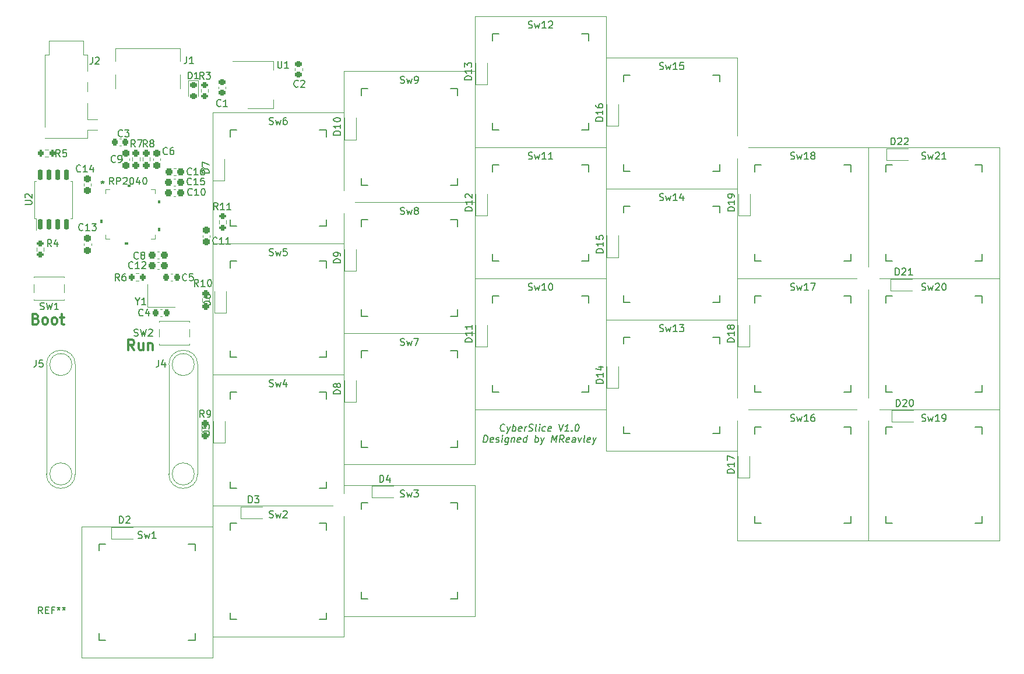
<source format=gbr>
%TF.GenerationSoftware,KiCad,Pcbnew,(6.0.4)*%
%TF.CreationDate,2022-05-02T18:01:09+08:00*%
%TF.ProjectId,RP2040 Board V1.0,52503230-3430-4204-926f-617264205631,rev?*%
%TF.SameCoordinates,Original*%
%TF.FileFunction,Legend,Top*%
%TF.FilePolarity,Positive*%
%FSLAX46Y46*%
G04 Gerber Fmt 4.6, Leading zero omitted, Abs format (unit mm)*
G04 Created by KiCad (PCBNEW (6.0.4)) date 2022-05-02 18:01:09*
%MOMM*%
%LPD*%
G01*
G04 APERTURE LIST*
G04 Aperture macros list*
%AMRoundRect*
0 Rectangle with rounded corners*
0 $1 Rounding radius*
0 $2 $3 $4 $5 $6 $7 $8 $9 X,Y pos of 4 corners*
0 Add a 4 corners polygon primitive as box body*
4,1,4,$2,$3,$4,$5,$6,$7,$8,$9,$2,$3,0*
0 Add four circle primitives for the rounded corners*
1,1,$1+$1,$2,$3*
1,1,$1+$1,$4,$5*
1,1,$1+$1,$6,$7*
1,1,$1+$1,$8,$9*
0 Add four rect primitives between the rounded corners*
20,1,$1+$1,$2,$3,$4,$5,0*
20,1,$1+$1,$4,$5,$6,$7,0*
20,1,$1+$1,$6,$7,$8,$9,0*
20,1,$1+$1,$8,$9,$2,$3,0*%
G04 Aperture macros list end*
%ADD10C,0.150000*%
%ADD11C,0.300000*%
%ADD12C,0.120000*%
%ADD13C,0.100000*%
%ADD14R,1.000000X1.000000*%
%ADD15RoundRect,0.225000X-0.225000X-0.250000X0.225000X-0.250000X0.225000X0.250000X-0.225000X0.250000X0*%
%ADD16R,0.812800X0.177800*%
%ADD17R,0.177800X0.812800*%
%ADD18R,3.200400X3.200400*%
%ADD19C,1.701800*%
%ADD20C,3.987800*%
%ADD21C,2.286000*%
%ADD22RoundRect,0.200000X-0.275000X0.200000X-0.275000X-0.200000X0.275000X-0.200000X0.275000X0.200000X0*%
%ADD23RoundRect,0.237500X0.237500X-0.250000X0.237500X0.250000X-0.237500X0.250000X-0.237500X-0.250000X0*%
%ADD24RoundRect,0.200000X-0.200000X-0.275000X0.200000X-0.275000X0.200000X0.275000X-0.200000X0.275000X0*%
%ADD25RoundRect,0.237500X-0.237500X0.250000X-0.237500X-0.250000X0.237500X-0.250000X0.237500X0.250000X0*%
%ADD26C,3.200000*%
%ADD27C,2.000000*%
%ADD28RoundRect,0.237500X-0.237500X0.300000X-0.237500X-0.300000X0.237500X-0.300000X0.237500X0.300000X0*%
%ADD29RoundRect,0.218750X-0.256250X0.218750X-0.256250X-0.218750X0.256250X-0.218750X0.256250X0.218750X0*%
%ADD30R,1.050000X0.650000*%
%ADD31RoundRect,0.200000X0.275000X-0.200000X0.275000X0.200000X-0.275000X0.200000X-0.275000X-0.200000X0*%
%ADD32RoundRect,0.237500X-0.300000X-0.237500X0.300000X-0.237500X0.300000X0.237500X-0.300000X0.237500X0*%
%ADD33RoundRect,0.237500X0.237500X-0.300000X0.237500X0.300000X-0.237500X0.300000X-0.237500X-0.300000X0*%
%ADD34R,1.400000X1.200000*%
%ADD35RoundRect,0.225000X0.250000X-0.225000X0.250000X0.225000X-0.250000X0.225000X-0.250000X-0.225000X0*%
%ADD36RoundRect,0.150000X0.150000X-0.650000X0.150000X0.650000X-0.150000X0.650000X-0.150000X-0.650000X0*%
%ADD37R,2.000000X1.500000*%
%ADD38R,2.000000X3.800000*%
%ADD39C,1.500000*%
%ADD40R,2.500000X1.200000*%
%ADD41C,0.650000*%
%ADD42R,0.600000X1.450000*%
%ADD43R,0.300000X1.450000*%
%ADD44O,1.000000X1.600000*%
%ADD45O,1.000000X2.100000*%
G04 APERTURE END LIST*
D10*
X84737994Y-131632142D02*
X84684422Y-131679761D01*
X84535613Y-131727380D01*
X84440375Y-131727380D01*
X84303470Y-131679761D01*
X84220136Y-131584523D01*
X84184422Y-131489285D01*
X84160613Y-131298809D01*
X84178470Y-131155952D01*
X84249898Y-130965476D01*
X84309422Y-130870238D01*
X84416565Y-130775000D01*
X84565375Y-130727380D01*
X84660613Y-130727380D01*
X84797517Y-130775000D01*
X84839184Y-130822619D01*
X85142755Y-131060714D02*
X85297517Y-131727380D01*
X85618946Y-131060714D02*
X85297517Y-131727380D01*
X85172517Y-131965476D01*
X85118946Y-132013095D01*
X85017755Y-132060714D01*
X85916565Y-131727380D02*
X86041565Y-130727380D01*
X85993946Y-131108333D02*
X86095136Y-131060714D01*
X86285613Y-131060714D01*
X86374898Y-131108333D01*
X86416565Y-131155952D01*
X86452279Y-131251190D01*
X86416565Y-131536904D01*
X86357041Y-131632142D01*
X86303470Y-131679761D01*
X86202279Y-131727380D01*
X86011803Y-131727380D01*
X85922517Y-131679761D01*
X87208232Y-131679761D02*
X87107041Y-131727380D01*
X86916565Y-131727380D01*
X86827279Y-131679761D01*
X86791565Y-131584523D01*
X86839184Y-131203571D01*
X86898708Y-131108333D01*
X86999898Y-131060714D01*
X87190375Y-131060714D01*
X87279660Y-131108333D01*
X87315375Y-131203571D01*
X87303470Y-131298809D01*
X86815375Y-131394047D01*
X87678470Y-131727380D02*
X87761803Y-131060714D01*
X87737994Y-131251190D02*
X87797517Y-131155952D01*
X87851089Y-131108333D01*
X87952279Y-131060714D01*
X88047517Y-131060714D01*
X88255851Y-131679761D02*
X88392755Y-131727380D01*
X88630851Y-131727380D01*
X88732041Y-131679761D01*
X88785613Y-131632142D01*
X88845136Y-131536904D01*
X88857041Y-131441666D01*
X88821327Y-131346428D01*
X88779660Y-131298809D01*
X88690375Y-131251190D01*
X88505851Y-131203571D01*
X88416565Y-131155952D01*
X88374898Y-131108333D01*
X88339184Y-131013095D01*
X88351089Y-130917857D01*
X88410613Y-130822619D01*
X88464184Y-130775000D01*
X88565375Y-130727380D01*
X88803470Y-130727380D01*
X88940375Y-130775000D01*
X89392755Y-131727380D02*
X89303470Y-131679761D01*
X89267755Y-131584523D01*
X89374898Y-130727380D01*
X89773708Y-131727380D02*
X89857041Y-131060714D01*
X89898708Y-130727380D02*
X89845136Y-130775000D01*
X89886803Y-130822619D01*
X89940375Y-130775000D01*
X89898708Y-130727380D01*
X89886803Y-130822619D01*
X90684422Y-131679761D02*
X90583232Y-131727380D01*
X90392755Y-131727380D01*
X90303470Y-131679761D01*
X90261803Y-131632142D01*
X90226089Y-131536904D01*
X90261803Y-131251190D01*
X90321327Y-131155952D01*
X90374898Y-131108333D01*
X90476089Y-131060714D01*
X90666565Y-131060714D01*
X90755851Y-131108333D01*
X91493946Y-131679761D02*
X91392755Y-131727380D01*
X91202279Y-131727380D01*
X91112994Y-131679761D01*
X91077279Y-131584523D01*
X91124898Y-131203571D01*
X91184422Y-131108333D01*
X91285613Y-131060714D01*
X91476089Y-131060714D01*
X91565375Y-131108333D01*
X91601089Y-131203571D01*
X91589184Y-131298809D01*
X91101089Y-131394047D01*
X92708232Y-130727380D02*
X92916565Y-131727380D01*
X93374898Y-130727380D01*
X94107041Y-131727380D02*
X93535613Y-131727380D01*
X93821327Y-131727380D02*
X93946327Y-130727380D01*
X93833232Y-130870238D01*
X93726089Y-130965476D01*
X93624898Y-131013095D01*
X94547517Y-131632142D02*
X94589184Y-131679761D01*
X94535613Y-131727380D01*
X94493946Y-131679761D01*
X94547517Y-131632142D01*
X94535613Y-131727380D01*
X95327279Y-130727380D02*
X95422517Y-130727380D01*
X95511803Y-130775000D01*
X95553470Y-130822619D01*
X95589184Y-130917857D01*
X95612994Y-131108333D01*
X95583232Y-131346428D01*
X95511803Y-131536904D01*
X95452279Y-131632142D01*
X95398708Y-131679761D01*
X95297517Y-131727380D01*
X95202279Y-131727380D01*
X95112994Y-131679761D01*
X95071327Y-131632142D01*
X95035613Y-131536904D01*
X95011803Y-131346428D01*
X95041565Y-131108333D01*
X95112994Y-130917857D01*
X95172517Y-130822619D01*
X95226089Y-130775000D01*
X95327279Y-130727380D01*
X81702279Y-133337380D02*
X81827279Y-132337380D01*
X82065374Y-132337380D01*
X82202279Y-132385000D01*
X82285613Y-132480238D01*
X82321327Y-132575476D01*
X82345136Y-132765952D01*
X82327279Y-132908809D01*
X82255851Y-133099285D01*
X82196327Y-133194523D01*
X82089184Y-133289761D01*
X81940374Y-133337380D01*
X81702279Y-133337380D01*
X83089184Y-133289761D02*
X82987994Y-133337380D01*
X82797517Y-133337380D01*
X82708232Y-133289761D01*
X82672517Y-133194523D01*
X82720136Y-132813571D01*
X82779660Y-132718333D01*
X82880851Y-132670714D01*
X83071327Y-132670714D01*
X83160613Y-132718333D01*
X83196327Y-132813571D01*
X83184422Y-132908809D01*
X82696327Y-133004047D01*
X83517755Y-133289761D02*
X83607041Y-133337380D01*
X83797517Y-133337380D01*
X83898708Y-133289761D01*
X83958232Y-133194523D01*
X83964184Y-133146904D01*
X83928470Y-133051666D01*
X83839184Y-133004047D01*
X83696327Y-133004047D01*
X83607041Y-132956428D01*
X83571327Y-132861190D01*
X83577279Y-132813571D01*
X83636803Y-132718333D01*
X83737994Y-132670714D01*
X83880851Y-132670714D01*
X83970136Y-132718333D01*
X84368946Y-133337380D02*
X84452279Y-132670714D01*
X84493946Y-132337380D02*
X84440374Y-132385000D01*
X84482041Y-132432619D01*
X84535613Y-132385000D01*
X84493946Y-132337380D01*
X84482041Y-132432619D01*
X85357041Y-132670714D02*
X85255851Y-133480238D01*
X85196327Y-133575476D01*
X85142755Y-133623095D01*
X85041565Y-133670714D01*
X84898708Y-133670714D01*
X84809422Y-133623095D01*
X85279660Y-133289761D02*
X85178470Y-133337380D01*
X84987994Y-133337380D01*
X84898708Y-133289761D01*
X84857041Y-133242142D01*
X84821327Y-133146904D01*
X84857041Y-132861190D01*
X84916565Y-132765952D01*
X84970136Y-132718333D01*
X85071327Y-132670714D01*
X85261803Y-132670714D01*
X85351089Y-132718333D01*
X85833232Y-132670714D02*
X85749898Y-133337380D01*
X85821327Y-132765952D02*
X85874898Y-132718333D01*
X85976089Y-132670714D01*
X86118946Y-132670714D01*
X86208232Y-132718333D01*
X86243946Y-132813571D01*
X86178470Y-133337380D01*
X87041565Y-133289761D02*
X86940374Y-133337380D01*
X86749898Y-133337380D01*
X86660613Y-133289761D01*
X86624898Y-133194523D01*
X86672517Y-132813571D01*
X86732041Y-132718333D01*
X86833232Y-132670714D01*
X87023708Y-132670714D01*
X87112994Y-132718333D01*
X87148708Y-132813571D01*
X87136803Y-132908809D01*
X86648708Y-133004047D01*
X87940374Y-133337380D02*
X88065374Y-132337380D01*
X87946327Y-133289761D02*
X87845136Y-133337380D01*
X87654660Y-133337380D01*
X87565374Y-133289761D01*
X87523708Y-133242142D01*
X87487994Y-133146904D01*
X87523708Y-132861190D01*
X87583232Y-132765952D01*
X87636803Y-132718333D01*
X87737994Y-132670714D01*
X87928470Y-132670714D01*
X88017755Y-132718333D01*
X89178470Y-133337380D02*
X89303470Y-132337380D01*
X89255851Y-132718333D02*
X89357041Y-132670714D01*
X89547517Y-132670714D01*
X89636803Y-132718333D01*
X89678470Y-132765952D01*
X89714184Y-132861190D01*
X89678470Y-133146904D01*
X89618946Y-133242142D01*
X89565375Y-133289761D01*
X89464184Y-133337380D01*
X89273708Y-133337380D01*
X89184422Y-133289761D01*
X90071327Y-132670714D02*
X90226089Y-133337380D01*
X90547517Y-132670714D02*
X90226089Y-133337380D01*
X90101089Y-133575476D01*
X90047517Y-133623095D01*
X89946327Y-133670714D01*
X91607041Y-133337380D02*
X91732041Y-132337380D01*
X91976089Y-133051666D01*
X92398708Y-132337380D01*
X92273708Y-133337380D01*
X93321327Y-133337380D02*
X93047517Y-132861190D01*
X92749898Y-133337380D02*
X92874898Y-132337380D01*
X93255851Y-132337380D01*
X93345136Y-132385000D01*
X93386803Y-132432619D01*
X93422517Y-132527857D01*
X93404660Y-132670714D01*
X93345136Y-132765952D01*
X93291565Y-132813571D01*
X93190375Y-132861190D01*
X92809422Y-132861190D01*
X94136803Y-133289761D02*
X94035613Y-133337380D01*
X93845136Y-133337380D01*
X93755851Y-133289761D01*
X93720136Y-133194523D01*
X93767755Y-132813571D01*
X93827279Y-132718333D01*
X93928470Y-132670714D01*
X94118946Y-132670714D01*
X94208232Y-132718333D01*
X94243946Y-132813571D01*
X94232041Y-132908809D01*
X93743946Y-133004047D01*
X95035613Y-133337380D02*
X95101089Y-132813571D01*
X95065375Y-132718333D01*
X94976089Y-132670714D01*
X94785613Y-132670714D01*
X94684422Y-132718333D01*
X95041565Y-133289761D02*
X94940374Y-133337380D01*
X94702279Y-133337380D01*
X94612994Y-133289761D01*
X94577279Y-133194523D01*
X94589184Y-133099285D01*
X94648708Y-133004047D01*
X94749898Y-132956428D01*
X94987994Y-132956428D01*
X95089184Y-132908809D01*
X95499898Y-132670714D02*
X95654660Y-133337380D01*
X95976089Y-132670714D01*
X96416565Y-133337380D02*
X96327279Y-133289761D01*
X96291565Y-133194523D01*
X96398708Y-132337380D01*
X97184422Y-133289761D02*
X97083232Y-133337380D01*
X96892755Y-133337380D01*
X96803470Y-133289761D01*
X96767755Y-133194523D01*
X96815374Y-132813571D01*
X96874898Y-132718333D01*
X96976089Y-132670714D01*
X97166565Y-132670714D01*
X97255851Y-132718333D01*
X97291565Y-132813571D01*
X97279660Y-132908809D01*
X96791565Y-133004047D01*
X97642755Y-132670714D02*
X97797517Y-133337380D01*
X98118946Y-132670714D02*
X97797517Y-133337380D01*
X97672517Y-133575476D01*
X97618946Y-133623095D01*
X97517755Y-133670714D01*
D11*
X16711028Y-115412057D02*
X16925314Y-115483485D01*
X16996742Y-115554914D01*
X17068171Y-115697771D01*
X17068171Y-115912057D01*
X16996742Y-116054914D01*
X16925314Y-116126342D01*
X16782457Y-116197771D01*
X16211028Y-116197771D01*
X16211028Y-114697771D01*
X16711028Y-114697771D01*
X16853885Y-114769200D01*
X16925314Y-114840628D01*
X16996742Y-114983485D01*
X16996742Y-115126342D01*
X16925314Y-115269200D01*
X16853885Y-115340628D01*
X16711028Y-115412057D01*
X16211028Y-115412057D01*
X17925314Y-116197771D02*
X17782457Y-116126342D01*
X17711028Y-116054914D01*
X17639600Y-115912057D01*
X17639600Y-115483485D01*
X17711028Y-115340628D01*
X17782457Y-115269200D01*
X17925314Y-115197771D01*
X18139600Y-115197771D01*
X18282457Y-115269200D01*
X18353885Y-115340628D01*
X18425314Y-115483485D01*
X18425314Y-115912057D01*
X18353885Y-116054914D01*
X18282457Y-116126342D01*
X18139600Y-116197771D01*
X17925314Y-116197771D01*
X19282457Y-116197771D02*
X19139600Y-116126342D01*
X19068171Y-116054914D01*
X18996742Y-115912057D01*
X18996742Y-115483485D01*
X19068171Y-115340628D01*
X19139600Y-115269200D01*
X19282457Y-115197771D01*
X19496742Y-115197771D01*
X19639600Y-115269200D01*
X19711028Y-115340628D01*
X19782457Y-115483485D01*
X19782457Y-115912057D01*
X19711028Y-116054914D01*
X19639600Y-116126342D01*
X19496742Y-116197771D01*
X19282457Y-116197771D01*
X20211028Y-115197771D02*
X20782457Y-115197771D01*
X20425314Y-114697771D02*
X20425314Y-115983485D01*
X20496742Y-116126342D01*
X20639600Y-116197771D01*
X20782457Y-116197771D01*
X30984142Y-119931571D02*
X30484142Y-119217285D01*
X30127000Y-119931571D02*
X30127000Y-118431571D01*
X30698428Y-118431571D01*
X30841285Y-118503000D01*
X30912714Y-118574428D01*
X30984142Y-118717285D01*
X30984142Y-118931571D01*
X30912714Y-119074428D01*
X30841285Y-119145857D01*
X30698428Y-119217285D01*
X30127000Y-119217285D01*
X32269857Y-118931571D02*
X32269857Y-119931571D01*
X31627000Y-118931571D02*
X31627000Y-119717285D01*
X31698428Y-119860142D01*
X31841285Y-119931571D01*
X32055571Y-119931571D01*
X32198428Y-119860142D01*
X32269857Y-119788714D01*
X32984142Y-118931571D02*
X32984142Y-119931571D01*
X32984142Y-119074428D02*
X33055571Y-119003000D01*
X33198428Y-118931571D01*
X33412714Y-118931571D01*
X33555571Y-119003000D01*
X33627000Y-119145857D01*
X33627000Y-119931571D01*
D10*
%TO.C,D2*%
X28836904Y-145102380D02*
X28836904Y-144102380D01*
X29075000Y-144102380D01*
X29217857Y-144150000D01*
X29313095Y-144245238D01*
X29360714Y-144340476D01*
X29408333Y-144530952D01*
X29408333Y-144673809D01*
X29360714Y-144864285D01*
X29313095Y-144959523D01*
X29217857Y-145054761D01*
X29075000Y-145102380D01*
X28836904Y-145102380D01*
X29789285Y-144197619D02*
X29836904Y-144150000D01*
X29932142Y-144102380D01*
X30170238Y-144102380D01*
X30265476Y-144150000D01*
X30313095Y-144197619D01*
X30360714Y-144292857D01*
X30360714Y-144388095D01*
X30313095Y-144530952D01*
X29741666Y-145102380D01*
X30360714Y-145102380D01*
%TO.C,C3*%
X29283333Y-88832142D02*
X29235714Y-88879761D01*
X29092857Y-88927380D01*
X28997619Y-88927380D01*
X28854761Y-88879761D01*
X28759523Y-88784523D01*
X28711904Y-88689285D01*
X28664285Y-88498809D01*
X28664285Y-88355952D01*
X28711904Y-88165476D01*
X28759523Y-88070238D01*
X28854761Y-87975000D01*
X28997619Y-87927380D01*
X29092857Y-87927380D01*
X29235714Y-87975000D01*
X29283333Y-88022619D01*
X29616666Y-87927380D02*
X30235714Y-87927380D01*
X29902380Y-88308333D01*
X30045238Y-88308333D01*
X30140476Y-88355952D01*
X30188095Y-88403571D01*
X30235714Y-88498809D01*
X30235714Y-88736904D01*
X30188095Y-88832142D01*
X30140476Y-88879761D01*
X30045238Y-88927380D01*
X29759523Y-88927380D01*
X29664285Y-88879761D01*
X29616666Y-88832142D01*
%TO.C,U3*%
X29638095Y-99627380D02*
X29638095Y-100436904D01*
X29685714Y-100532142D01*
X29733333Y-100579761D01*
X29828571Y-100627380D01*
X30019047Y-100627380D01*
X30114285Y-100579761D01*
X30161904Y-100532142D01*
X30209523Y-100436904D01*
X30209523Y-99627380D01*
X30590476Y-99627380D02*
X31209523Y-99627380D01*
X30876190Y-100008333D01*
X31019047Y-100008333D01*
X31114285Y-100055952D01*
X31161904Y-100103571D01*
X31209523Y-100198809D01*
X31209523Y-100436904D01*
X31161904Y-100532142D01*
X31114285Y-100579761D01*
X31019047Y-100627380D01*
X30733333Y-100627380D01*
X30638095Y-100579761D01*
X30590476Y-100532142D01*
X27994761Y-95852380D02*
X27661428Y-95376190D01*
X27423333Y-95852380D02*
X27423333Y-94852380D01*
X27804285Y-94852380D01*
X27899523Y-94900000D01*
X27947142Y-94947619D01*
X27994761Y-95042857D01*
X27994761Y-95185714D01*
X27947142Y-95280952D01*
X27899523Y-95328571D01*
X27804285Y-95376190D01*
X27423333Y-95376190D01*
X28423333Y-95852380D02*
X28423333Y-94852380D01*
X28804285Y-94852380D01*
X28899523Y-94900000D01*
X28947142Y-94947619D01*
X28994761Y-95042857D01*
X28994761Y-95185714D01*
X28947142Y-95280952D01*
X28899523Y-95328571D01*
X28804285Y-95376190D01*
X28423333Y-95376190D01*
X29375714Y-94947619D02*
X29423333Y-94900000D01*
X29518571Y-94852380D01*
X29756666Y-94852380D01*
X29851904Y-94900000D01*
X29899523Y-94947619D01*
X29947142Y-95042857D01*
X29947142Y-95138095D01*
X29899523Y-95280952D01*
X29328095Y-95852380D01*
X29947142Y-95852380D01*
X30566190Y-94852380D02*
X30661428Y-94852380D01*
X30756666Y-94900000D01*
X30804285Y-94947619D01*
X30851904Y-95042857D01*
X30899523Y-95233333D01*
X30899523Y-95471428D01*
X30851904Y-95661904D01*
X30804285Y-95757142D01*
X30756666Y-95804761D01*
X30661428Y-95852380D01*
X30566190Y-95852380D01*
X30470952Y-95804761D01*
X30423333Y-95757142D01*
X30375714Y-95661904D01*
X30328095Y-95471428D01*
X30328095Y-95233333D01*
X30375714Y-95042857D01*
X30423333Y-94947619D01*
X30470952Y-94900000D01*
X30566190Y-94852380D01*
X31756666Y-95185714D02*
X31756666Y-95852380D01*
X31518571Y-94804761D02*
X31280476Y-95519047D01*
X31899523Y-95519047D01*
X32470952Y-94852380D02*
X32566190Y-94852380D01*
X32661428Y-94900000D01*
X32709047Y-94947619D01*
X32756666Y-95042857D01*
X32804285Y-95233333D01*
X32804285Y-95471428D01*
X32756666Y-95661904D01*
X32709047Y-95757142D01*
X32661428Y-95804761D01*
X32566190Y-95852380D01*
X32470952Y-95852380D01*
X32375714Y-95804761D01*
X32328095Y-95757142D01*
X32280476Y-95661904D01*
X32232857Y-95471428D01*
X32232857Y-95233333D01*
X32280476Y-95042857D01*
X32328095Y-94947619D01*
X32375714Y-94900000D01*
X32470952Y-94852380D01*
X26390000Y-95292380D02*
X26390000Y-95530476D01*
X26151904Y-95435238D02*
X26390000Y-95530476D01*
X26628095Y-95435238D01*
X26247142Y-95720952D02*
X26390000Y-95530476D01*
X26532857Y-95720952D01*
X26390000Y-95292380D02*
X26390000Y-95530476D01*
X26151904Y-95435238D02*
X26390000Y-95530476D01*
X26628095Y-95435238D01*
X26247142Y-95720952D02*
X26390000Y-95530476D01*
X26532857Y-95720952D01*
%TO.C,Sw14*%
X107288095Y-98149761D02*
X107430952Y-98197380D01*
X107669047Y-98197380D01*
X107764285Y-98149761D01*
X107811904Y-98102142D01*
X107859523Y-98006904D01*
X107859523Y-97911666D01*
X107811904Y-97816428D01*
X107764285Y-97768809D01*
X107669047Y-97721190D01*
X107478571Y-97673571D01*
X107383333Y-97625952D01*
X107335714Y-97578333D01*
X107288095Y-97483095D01*
X107288095Y-97387857D01*
X107335714Y-97292619D01*
X107383333Y-97245000D01*
X107478571Y-97197380D01*
X107716666Y-97197380D01*
X107859523Y-97245000D01*
X108192857Y-97530714D02*
X108383333Y-98197380D01*
X108573809Y-97721190D01*
X108764285Y-98197380D01*
X108954761Y-97530714D01*
X109859523Y-98197380D02*
X109288095Y-98197380D01*
X109573809Y-98197380D02*
X109573809Y-97197380D01*
X109478571Y-97340238D01*
X109383333Y-97435476D01*
X109288095Y-97483095D01*
X110716666Y-97530714D02*
X110716666Y-98197380D01*
X110478571Y-97149761D02*
X110240476Y-97864047D01*
X110859523Y-97864047D01*
%TO.C,Sw7*%
X69664285Y-119199761D02*
X69807142Y-119247380D01*
X70045238Y-119247380D01*
X70140476Y-119199761D01*
X70188095Y-119152142D01*
X70235714Y-119056904D01*
X70235714Y-118961666D01*
X70188095Y-118866428D01*
X70140476Y-118818809D01*
X70045238Y-118771190D01*
X69854761Y-118723571D01*
X69759523Y-118675952D01*
X69711904Y-118628333D01*
X69664285Y-118533095D01*
X69664285Y-118437857D01*
X69711904Y-118342619D01*
X69759523Y-118295000D01*
X69854761Y-118247380D01*
X70092857Y-118247380D01*
X70235714Y-118295000D01*
X70569047Y-118580714D02*
X70759523Y-119247380D01*
X70950000Y-118771190D01*
X71140476Y-119247380D01*
X71330952Y-118580714D01*
X71616666Y-118247380D02*
X72283333Y-118247380D01*
X71854761Y-119247380D01*
%TO.C,R3*%
X41083333Y-80552380D02*
X40750000Y-80076190D01*
X40511904Y-80552380D02*
X40511904Y-79552380D01*
X40892857Y-79552380D01*
X40988095Y-79600000D01*
X41035714Y-79647619D01*
X41083333Y-79742857D01*
X41083333Y-79885714D01*
X41035714Y-79980952D01*
X40988095Y-80028571D01*
X40892857Y-80076190D01*
X40511904Y-80076190D01*
X41416666Y-79552380D02*
X42035714Y-79552380D01*
X41702380Y-79933333D01*
X41845238Y-79933333D01*
X41940476Y-79980952D01*
X41988095Y-80028571D01*
X42035714Y-80123809D01*
X42035714Y-80361904D01*
X41988095Y-80457142D01*
X41940476Y-80504761D01*
X41845238Y-80552380D01*
X41559523Y-80552380D01*
X41464285Y-80504761D01*
X41416666Y-80457142D01*
%TO.C,C4*%
X32258333Y-114882142D02*
X32210714Y-114929761D01*
X32067857Y-114977380D01*
X31972619Y-114977380D01*
X31829761Y-114929761D01*
X31734523Y-114834523D01*
X31686904Y-114739285D01*
X31639285Y-114548809D01*
X31639285Y-114405952D01*
X31686904Y-114215476D01*
X31734523Y-114120238D01*
X31829761Y-114025000D01*
X31972619Y-113977380D01*
X32067857Y-113977380D01*
X32210714Y-114025000D01*
X32258333Y-114072619D01*
X33115476Y-114310714D02*
X33115476Y-114977380D01*
X32877380Y-113929761D02*
X32639285Y-114644047D01*
X33258333Y-114644047D01*
%TO.C,D3*%
X47586904Y-142152380D02*
X47586904Y-141152380D01*
X47825000Y-141152380D01*
X47967857Y-141200000D01*
X48063095Y-141295238D01*
X48110714Y-141390476D01*
X48158333Y-141580952D01*
X48158333Y-141723809D01*
X48110714Y-141914285D01*
X48063095Y-142009523D01*
X47967857Y-142104761D01*
X47825000Y-142152380D01*
X47586904Y-142152380D01*
X48491666Y-141152380D02*
X49110714Y-141152380D01*
X48777380Y-141533333D01*
X48920238Y-141533333D01*
X49015476Y-141580952D01*
X49063095Y-141628571D01*
X49110714Y-141723809D01*
X49110714Y-141961904D01*
X49063095Y-142057142D01*
X49015476Y-142104761D01*
X48920238Y-142152380D01*
X48634523Y-142152380D01*
X48539285Y-142104761D01*
X48491666Y-142057142D01*
%TO.C,Sw3*%
X69664285Y-141249761D02*
X69807142Y-141297380D01*
X70045238Y-141297380D01*
X70140476Y-141249761D01*
X70188095Y-141202142D01*
X70235714Y-141106904D01*
X70235714Y-141011666D01*
X70188095Y-140916428D01*
X70140476Y-140868809D01*
X70045238Y-140821190D01*
X69854761Y-140773571D01*
X69759523Y-140725952D01*
X69711904Y-140678333D01*
X69664285Y-140583095D01*
X69664285Y-140487857D01*
X69711904Y-140392619D01*
X69759523Y-140345000D01*
X69854761Y-140297380D01*
X70092857Y-140297380D01*
X70235714Y-140345000D01*
X70569047Y-140630714D02*
X70759523Y-141297380D01*
X70950000Y-140821190D01*
X71140476Y-141297380D01*
X71330952Y-140630714D01*
X71616666Y-140297380D02*
X72235714Y-140297380D01*
X71902380Y-140678333D01*
X72045238Y-140678333D01*
X72140476Y-140725952D01*
X72188095Y-140773571D01*
X72235714Y-140868809D01*
X72235714Y-141106904D01*
X72188095Y-141202142D01*
X72140476Y-141249761D01*
X72045238Y-141297380D01*
X71759523Y-141297380D01*
X71664285Y-141249761D01*
X71616666Y-141202142D01*
%TO.C,R7*%
X31126133Y-90419180D02*
X30792800Y-89942990D01*
X30554704Y-90419180D02*
X30554704Y-89419180D01*
X30935657Y-89419180D01*
X31030895Y-89466800D01*
X31078514Y-89514419D01*
X31126133Y-89609657D01*
X31126133Y-89752514D01*
X31078514Y-89847752D01*
X31030895Y-89895371D01*
X30935657Y-89942990D01*
X30554704Y-89942990D01*
X31459466Y-89419180D02*
X32126133Y-89419180D01*
X31697561Y-90419180D01*
%TO.C,D8*%
X60952380Y-126313095D02*
X59952380Y-126313095D01*
X59952380Y-126075000D01*
X60000000Y-125932142D01*
X60095238Y-125836904D01*
X60190476Y-125789285D01*
X60380952Y-125741666D01*
X60523809Y-125741666D01*
X60714285Y-125789285D01*
X60809523Y-125836904D01*
X60904761Y-125932142D01*
X60952380Y-126075000D01*
X60952380Y-126313095D01*
X60380952Y-125170238D02*
X60333333Y-125265476D01*
X60285714Y-125313095D01*
X60190476Y-125360714D01*
X60142857Y-125360714D01*
X60047619Y-125313095D01*
X60000000Y-125265476D01*
X59952380Y-125170238D01*
X59952380Y-124979761D01*
X60000000Y-124884523D01*
X60047619Y-124836904D01*
X60142857Y-124789285D01*
X60190476Y-124789285D01*
X60285714Y-124836904D01*
X60333333Y-124884523D01*
X60380952Y-124979761D01*
X60380952Y-125170238D01*
X60428571Y-125265476D01*
X60476190Y-125313095D01*
X60571428Y-125360714D01*
X60761904Y-125360714D01*
X60857142Y-125313095D01*
X60904761Y-125265476D01*
X60952380Y-125170238D01*
X60952380Y-124979761D01*
X60904761Y-124884523D01*
X60857142Y-124836904D01*
X60761904Y-124789285D01*
X60571428Y-124789285D01*
X60476190Y-124836904D01*
X60428571Y-124884523D01*
X60380952Y-124979761D01*
%TO.C,R6*%
X28833333Y-109852380D02*
X28500000Y-109376190D01*
X28261904Y-109852380D02*
X28261904Y-108852380D01*
X28642857Y-108852380D01*
X28738095Y-108900000D01*
X28785714Y-108947619D01*
X28833333Y-109042857D01*
X28833333Y-109185714D01*
X28785714Y-109280952D01*
X28738095Y-109328571D01*
X28642857Y-109376190D01*
X28261904Y-109376190D01*
X29690476Y-108852380D02*
X29500000Y-108852380D01*
X29404761Y-108900000D01*
X29357142Y-108947619D01*
X29261904Y-109090476D01*
X29214285Y-109280952D01*
X29214285Y-109661904D01*
X29261904Y-109757142D01*
X29309523Y-109804761D01*
X29404761Y-109852380D01*
X29595238Y-109852380D01*
X29690476Y-109804761D01*
X29738095Y-109757142D01*
X29785714Y-109661904D01*
X29785714Y-109423809D01*
X29738095Y-109328571D01*
X29690476Y-109280952D01*
X29595238Y-109233333D01*
X29404761Y-109233333D01*
X29309523Y-109280952D01*
X29261904Y-109328571D01*
X29214285Y-109423809D01*
%TO.C,Sw6*%
X50614285Y-87099761D02*
X50757142Y-87147380D01*
X50995238Y-87147380D01*
X51090476Y-87099761D01*
X51138095Y-87052142D01*
X51185714Y-86956904D01*
X51185714Y-86861666D01*
X51138095Y-86766428D01*
X51090476Y-86718809D01*
X50995238Y-86671190D01*
X50804761Y-86623571D01*
X50709523Y-86575952D01*
X50661904Y-86528333D01*
X50614285Y-86433095D01*
X50614285Y-86337857D01*
X50661904Y-86242619D01*
X50709523Y-86195000D01*
X50804761Y-86147380D01*
X51042857Y-86147380D01*
X51185714Y-86195000D01*
X51519047Y-86480714D02*
X51709523Y-87147380D01*
X51900000Y-86671190D01*
X52090476Y-87147380D01*
X52280952Y-86480714D01*
X53090476Y-86147380D02*
X52900000Y-86147380D01*
X52804761Y-86195000D01*
X52757142Y-86242619D01*
X52661904Y-86385476D01*
X52614285Y-86575952D01*
X52614285Y-86956904D01*
X52661904Y-87052142D01*
X52709523Y-87099761D01*
X52804761Y-87147380D01*
X52995238Y-87147380D01*
X53090476Y-87099761D01*
X53138095Y-87052142D01*
X53185714Y-86956904D01*
X53185714Y-86718809D01*
X53138095Y-86623571D01*
X53090476Y-86575952D01*
X52995238Y-86528333D01*
X52804761Y-86528333D01*
X52709523Y-86575952D01*
X52661904Y-86623571D01*
X52614285Y-86718809D01*
%TO.C,Sw12*%
X88238095Y-73099761D02*
X88380952Y-73147380D01*
X88619047Y-73147380D01*
X88714285Y-73099761D01*
X88761904Y-73052142D01*
X88809523Y-72956904D01*
X88809523Y-72861666D01*
X88761904Y-72766428D01*
X88714285Y-72718809D01*
X88619047Y-72671190D01*
X88428571Y-72623571D01*
X88333333Y-72575952D01*
X88285714Y-72528333D01*
X88238095Y-72433095D01*
X88238095Y-72337857D01*
X88285714Y-72242619D01*
X88333333Y-72195000D01*
X88428571Y-72147380D01*
X88666666Y-72147380D01*
X88809523Y-72195000D01*
X89142857Y-72480714D02*
X89333333Y-73147380D01*
X89523809Y-72671190D01*
X89714285Y-73147380D01*
X89904761Y-72480714D01*
X90809523Y-73147380D02*
X90238095Y-73147380D01*
X90523809Y-73147380D02*
X90523809Y-72147380D01*
X90428571Y-72290238D01*
X90333333Y-72385476D01*
X90238095Y-72433095D01*
X91190476Y-72242619D02*
X91238095Y-72195000D01*
X91333333Y-72147380D01*
X91571428Y-72147380D01*
X91666666Y-72195000D01*
X91714285Y-72242619D01*
X91761904Y-72337857D01*
X91761904Y-72433095D01*
X91714285Y-72575952D01*
X91142857Y-73147380D01*
X91761904Y-73147380D01*
%TO.C,Sw17*%
X126338095Y-111199761D02*
X126480952Y-111247380D01*
X126719047Y-111247380D01*
X126814285Y-111199761D01*
X126861904Y-111152142D01*
X126909523Y-111056904D01*
X126909523Y-110961666D01*
X126861904Y-110866428D01*
X126814285Y-110818809D01*
X126719047Y-110771190D01*
X126528571Y-110723571D01*
X126433333Y-110675952D01*
X126385714Y-110628333D01*
X126338095Y-110533095D01*
X126338095Y-110437857D01*
X126385714Y-110342619D01*
X126433333Y-110295000D01*
X126528571Y-110247380D01*
X126766666Y-110247380D01*
X126909523Y-110295000D01*
X127242857Y-110580714D02*
X127433333Y-111247380D01*
X127623809Y-110771190D01*
X127814285Y-111247380D01*
X128004761Y-110580714D01*
X128909523Y-111247380D02*
X128338095Y-111247380D01*
X128623809Y-111247380D02*
X128623809Y-110247380D01*
X128528571Y-110390238D01*
X128433333Y-110485476D01*
X128338095Y-110533095D01*
X129242857Y-110247380D02*
X129909523Y-110247380D01*
X129480952Y-111247380D01*
%TO.C,R10*%
X40301942Y-110688380D02*
X39968609Y-110212190D01*
X39730514Y-110688380D02*
X39730514Y-109688380D01*
X40111466Y-109688380D01*
X40206704Y-109736000D01*
X40254323Y-109783619D01*
X40301942Y-109878857D01*
X40301942Y-110021714D01*
X40254323Y-110116952D01*
X40206704Y-110164571D01*
X40111466Y-110212190D01*
X39730514Y-110212190D01*
X41254323Y-110688380D02*
X40682895Y-110688380D01*
X40968609Y-110688380D02*
X40968609Y-109688380D01*
X40873371Y-109831238D01*
X40778133Y-109926476D01*
X40682895Y-109974095D01*
X41873371Y-109688380D02*
X41968609Y-109688380D01*
X42063847Y-109736000D01*
X42111466Y-109783619D01*
X42159085Y-109878857D01*
X42206704Y-110069333D01*
X42206704Y-110307428D01*
X42159085Y-110497904D01*
X42111466Y-110593142D01*
X42063847Y-110640761D01*
X41968609Y-110688380D01*
X41873371Y-110688380D01*
X41778133Y-110640761D01*
X41730514Y-110593142D01*
X41682895Y-110497904D01*
X41635276Y-110307428D01*
X41635276Y-110069333D01*
X41682895Y-109878857D01*
X41730514Y-109783619D01*
X41778133Y-109736000D01*
X41873371Y-109688380D01*
%TO.C,D9*%
X60952380Y-107263095D02*
X59952380Y-107263095D01*
X59952380Y-107025000D01*
X60000000Y-106882142D01*
X60095238Y-106786904D01*
X60190476Y-106739285D01*
X60380952Y-106691666D01*
X60523809Y-106691666D01*
X60714285Y-106739285D01*
X60809523Y-106786904D01*
X60904761Y-106882142D01*
X60952380Y-107025000D01*
X60952380Y-107263095D01*
X60952380Y-106215476D02*
X60952380Y-106025000D01*
X60904761Y-105929761D01*
X60857142Y-105882142D01*
X60714285Y-105786904D01*
X60523809Y-105739285D01*
X60142857Y-105739285D01*
X60047619Y-105786904D01*
X60000000Y-105834523D01*
X59952380Y-105929761D01*
X59952380Y-106120238D01*
X60000000Y-106215476D01*
X60047619Y-106263095D01*
X60142857Y-106310714D01*
X60380952Y-106310714D01*
X60476190Y-106263095D01*
X60523809Y-106215476D01*
X60571428Y-106120238D01*
X60571428Y-105929761D01*
X60523809Y-105834523D01*
X60476190Y-105786904D01*
X60380952Y-105739285D01*
%TO.C,D12*%
X80052380Y-99689285D02*
X79052380Y-99689285D01*
X79052380Y-99451190D01*
X79100000Y-99308333D01*
X79195238Y-99213095D01*
X79290476Y-99165476D01*
X79480952Y-99117857D01*
X79623809Y-99117857D01*
X79814285Y-99165476D01*
X79909523Y-99213095D01*
X80004761Y-99308333D01*
X80052380Y-99451190D01*
X80052380Y-99689285D01*
X80052380Y-98165476D02*
X80052380Y-98736904D01*
X80052380Y-98451190D02*
X79052380Y-98451190D01*
X79195238Y-98546428D01*
X79290476Y-98641666D01*
X79338095Y-98736904D01*
X79147619Y-97784523D02*
X79100000Y-97736904D01*
X79052380Y-97641666D01*
X79052380Y-97403571D01*
X79100000Y-97308333D01*
X79147619Y-97260714D01*
X79242857Y-97213095D01*
X79338095Y-97213095D01*
X79480952Y-97260714D01*
X80052380Y-97832142D01*
X80052380Y-97213095D01*
%TO.C,Sw8*%
X69664285Y-100149761D02*
X69807142Y-100197380D01*
X70045238Y-100197380D01*
X70140476Y-100149761D01*
X70188095Y-100102142D01*
X70235714Y-100006904D01*
X70235714Y-99911666D01*
X70188095Y-99816428D01*
X70140476Y-99768809D01*
X70045238Y-99721190D01*
X69854761Y-99673571D01*
X69759523Y-99625952D01*
X69711904Y-99578333D01*
X69664285Y-99483095D01*
X69664285Y-99387857D01*
X69711904Y-99292619D01*
X69759523Y-99245000D01*
X69854761Y-99197380D01*
X70092857Y-99197380D01*
X70235714Y-99245000D01*
X70569047Y-99530714D02*
X70759523Y-100197380D01*
X70950000Y-99721190D01*
X71140476Y-100197380D01*
X71330952Y-99530714D01*
X71854761Y-99625952D02*
X71759523Y-99578333D01*
X71711904Y-99530714D01*
X71664285Y-99435476D01*
X71664285Y-99387857D01*
X71711904Y-99292619D01*
X71759523Y-99245000D01*
X71854761Y-99197380D01*
X72045238Y-99197380D01*
X72140476Y-99245000D01*
X72188095Y-99292619D01*
X72235714Y-99387857D01*
X72235714Y-99435476D01*
X72188095Y-99530714D01*
X72140476Y-99578333D01*
X72045238Y-99625952D01*
X71854761Y-99625952D01*
X71759523Y-99673571D01*
X71711904Y-99721190D01*
X71664285Y-99816428D01*
X71664285Y-100006904D01*
X71711904Y-100102142D01*
X71759523Y-100149761D01*
X71854761Y-100197380D01*
X72045238Y-100197380D01*
X72140476Y-100149761D01*
X72188095Y-100102142D01*
X72235714Y-100006904D01*
X72235714Y-99816428D01*
X72188095Y-99721190D01*
X72140476Y-99673571D01*
X72045238Y-99625952D01*
%TO.C,*%
%TO.C,Sw9*%
X69664285Y-81099761D02*
X69807142Y-81147380D01*
X70045238Y-81147380D01*
X70140476Y-81099761D01*
X70188095Y-81052142D01*
X70235714Y-80956904D01*
X70235714Y-80861666D01*
X70188095Y-80766428D01*
X70140476Y-80718809D01*
X70045238Y-80671190D01*
X69854761Y-80623571D01*
X69759523Y-80575952D01*
X69711904Y-80528333D01*
X69664285Y-80433095D01*
X69664285Y-80337857D01*
X69711904Y-80242619D01*
X69759523Y-80195000D01*
X69854761Y-80147380D01*
X70092857Y-80147380D01*
X70235714Y-80195000D01*
X70569047Y-80480714D02*
X70759523Y-81147380D01*
X70950000Y-80671190D01*
X71140476Y-81147380D01*
X71330952Y-80480714D01*
X71759523Y-81147380D02*
X71950000Y-81147380D01*
X72045238Y-81099761D01*
X72092857Y-81052142D01*
X72188095Y-80909285D01*
X72235714Y-80718809D01*
X72235714Y-80337857D01*
X72188095Y-80242619D01*
X72140476Y-80195000D01*
X72045238Y-80147380D01*
X71854761Y-80147380D01*
X71759523Y-80195000D01*
X71711904Y-80242619D01*
X71664285Y-80337857D01*
X71664285Y-80575952D01*
X71711904Y-80671190D01*
X71759523Y-80718809D01*
X71854761Y-80766428D01*
X72045238Y-80766428D01*
X72140476Y-80718809D01*
X72188095Y-80671190D01*
X72235714Y-80575952D01*
%TO.C,Sw20*%
X145388095Y-111199761D02*
X145530952Y-111247380D01*
X145769047Y-111247380D01*
X145864285Y-111199761D01*
X145911904Y-111152142D01*
X145959523Y-111056904D01*
X145959523Y-110961666D01*
X145911904Y-110866428D01*
X145864285Y-110818809D01*
X145769047Y-110771190D01*
X145578571Y-110723571D01*
X145483333Y-110675952D01*
X145435714Y-110628333D01*
X145388095Y-110533095D01*
X145388095Y-110437857D01*
X145435714Y-110342619D01*
X145483333Y-110295000D01*
X145578571Y-110247380D01*
X145816666Y-110247380D01*
X145959523Y-110295000D01*
X146292857Y-110580714D02*
X146483333Y-111247380D01*
X146673809Y-110771190D01*
X146864285Y-111247380D01*
X147054761Y-110580714D01*
X147388095Y-110342619D02*
X147435714Y-110295000D01*
X147530952Y-110247380D01*
X147769047Y-110247380D01*
X147864285Y-110295000D01*
X147911904Y-110342619D01*
X147959523Y-110437857D01*
X147959523Y-110533095D01*
X147911904Y-110675952D01*
X147340476Y-111247380D01*
X147959523Y-111247380D01*
X148578571Y-110247380D02*
X148673809Y-110247380D01*
X148769047Y-110295000D01*
X148816666Y-110342619D01*
X148864285Y-110437857D01*
X148911904Y-110628333D01*
X148911904Y-110866428D01*
X148864285Y-111056904D01*
X148816666Y-111152142D01*
X148769047Y-111199761D01*
X148673809Y-111247380D01*
X148578571Y-111247380D01*
X148483333Y-111199761D01*
X148435714Y-111152142D01*
X148388095Y-111056904D01*
X148340476Y-110866428D01*
X148340476Y-110628333D01*
X148388095Y-110437857D01*
X148435714Y-110342619D01*
X148483333Y-110295000D01*
X148578571Y-110247380D01*
%TO.C,J4*%
X34540866Y-121372380D02*
X34540866Y-122086666D01*
X34493247Y-122229523D01*
X34398009Y-122324761D01*
X34255152Y-122372380D01*
X34159914Y-122372380D01*
X35445628Y-121705714D02*
X35445628Y-122372380D01*
X35207533Y-121324761D02*
X34969438Y-122039047D01*
X35588485Y-122039047D01*
%TO.C,Sw21*%
X145388095Y-92149761D02*
X145530952Y-92197380D01*
X145769047Y-92197380D01*
X145864285Y-92149761D01*
X145911904Y-92102142D01*
X145959523Y-92006904D01*
X145959523Y-91911666D01*
X145911904Y-91816428D01*
X145864285Y-91768809D01*
X145769047Y-91721190D01*
X145578571Y-91673571D01*
X145483333Y-91625952D01*
X145435714Y-91578333D01*
X145388095Y-91483095D01*
X145388095Y-91387857D01*
X145435714Y-91292619D01*
X145483333Y-91245000D01*
X145578571Y-91197380D01*
X145816666Y-91197380D01*
X145959523Y-91245000D01*
X146292857Y-91530714D02*
X146483333Y-92197380D01*
X146673809Y-91721190D01*
X146864285Y-92197380D01*
X147054761Y-91530714D01*
X147388095Y-91292619D02*
X147435714Y-91245000D01*
X147530952Y-91197380D01*
X147769047Y-91197380D01*
X147864285Y-91245000D01*
X147911904Y-91292619D01*
X147959523Y-91387857D01*
X147959523Y-91483095D01*
X147911904Y-91625952D01*
X147340476Y-92197380D01*
X147959523Y-92197380D01*
X148911904Y-92197380D02*
X148340476Y-92197380D01*
X148626190Y-92197380D02*
X148626190Y-91197380D01*
X148530952Y-91340238D01*
X148435714Y-91435476D01*
X148340476Y-91483095D01*
%TO.C,C13*%
X23537942Y-102465142D02*
X23490323Y-102512761D01*
X23347466Y-102560380D01*
X23252228Y-102560380D01*
X23109371Y-102512761D01*
X23014133Y-102417523D01*
X22966514Y-102322285D01*
X22918895Y-102131809D01*
X22918895Y-101988952D01*
X22966514Y-101798476D01*
X23014133Y-101703238D01*
X23109371Y-101608000D01*
X23252228Y-101560380D01*
X23347466Y-101560380D01*
X23490323Y-101608000D01*
X23537942Y-101655619D01*
X24490323Y-102560380D02*
X23918895Y-102560380D01*
X24204609Y-102560380D02*
X24204609Y-101560380D01*
X24109371Y-101703238D01*
X24014133Y-101798476D01*
X23918895Y-101846095D01*
X24823657Y-101560380D02*
X25442704Y-101560380D01*
X25109371Y-101941333D01*
X25252228Y-101941333D01*
X25347466Y-101988952D01*
X25395085Y-102036571D01*
X25442704Y-102131809D01*
X25442704Y-102369904D01*
X25395085Y-102465142D01*
X25347466Y-102512761D01*
X25252228Y-102560380D01*
X24966514Y-102560380D01*
X24871276Y-102512761D01*
X24823657Y-102465142D01*
%TO.C,*%
%TO.C,D1*%
X38811904Y-80527380D02*
X38811904Y-79527380D01*
X39050000Y-79527380D01*
X39192857Y-79575000D01*
X39288095Y-79670238D01*
X39335714Y-79765476D01*
X39383333Y-79955952D01*
X39383333Y-80098809D01*
X39335714Y-80289285D01*
X39288095Y-80384523D01*
X39192857Y-80479761D01*
X39050000Y-80527380D01*
X38811904Y-80527380D01*
X40335714Y-80527380D02*
X39764285Y-80527380D01*
X40050000Y-80527380D02*
X40050000Y-79527380D01*
X39954761Y-79670238D01*
X39859523Y-79765476D01*
X39764285Y-79813095D01*
%TO.C,R8*%
X32878733Y-90419180D02*
X32545400Y-89942990D01*
X32307304Y-90419180D02*
X32307304Y-89419180D01*
X32688257Y-89419180D01*
X32783495Y-89466800D01*
X32831114Y-89514419D01*
X32878733Y-89609657D01*
X32878733Y-89752514D01*
X32831114Y-89847752D01*
X32783495Y-89895371D01*
X32688257Y-89942990D01*
X32307304Y-89942990D01*
X33450161Y-89847752D02*
X33354923Y-89800133D01*
X33307304Y-89752514D01*
X33259685Y-89657276D01*
X33259685Y-89609657D01*
X33307304Y-89514419D01*
X33354923Y-89466800D01*
X33450161Y-89419180D01*
X33640638Y-89419180D01*
X33735876Y-89466800D01*
X33783495Y-89514419D01*
X33831114Y-89609657D01*
X33831114Y-89657276D01*
X33783495Y-89752514D01*
X33735876Y-89800133D01*
X33640638Y-89847752D01*
X33450161Y-89847752D01*
X33354923Y-89895371D01*
X33307304Y-89942990D01*
X33259685Y-90038228D01*
X33259685Y-90228704D01*
X33307304Y-90323942D01*
X33354923Y-90371561D01*
X33450161Y-90419180D01*
X33640638Y-90419180D01*
X33735876Y-90371561D01*
X33783495Y-90323942D01*
X33831114Y-90228704D01*
X33831114Y-90038228D01*
X33783495Y-89942990D01*
X33735876Y-89895371D01*
X33640638Y-89847752D01*
%TO.C,SW2*%
X30966666Y-117854761D02*
X31109523Y-117902380D01*
X31347619Y-117902380D01*
X31442857Y-117854761D01*
X31490476Y-117807142D01*
X31538095Y-117711904D01*
X31538095Y-117616666D01*
X31490476Y-117521428D01*
X31442857Y-117473809D01*
X31347619Y-117426190D01*
X31157142Y-117378571D01*
X31061904Y-117330952D01*
X31014285Y-117283333D01*
X30966666Y-117188095D01*
X30966666Y-117092857D01*
X31014285Y-116997619D01*
X31061904Y-116950000D01*
X31157142Y-116902380D01*
X31395238Y-116902380D01*
X31538095Y-116950000D01*
X31871428Y-116902380D02*
X32109523Y-117902380D01*
X32300000Y-117188095D01*
X32490476Y-117902380D01*
X32728571Y-116902380D01*
X33061904Y-116997619D02*
X33109523Y-116950000D01*
X33204761Y-116902380D01*
X33442857Y-116902380D01*
X33538095Y-116950000D01*
X33585714Y-116997619D01*
X33633333Y-117092857D01*
X33633333Y-117188095D01*
X33585714Y-117330952D01*
X33014285Y-117902380D01*
X33633333Y-117902380D01*
%TO.C,D21*%
X141559114Y-109041580D02*
X141559114Y-108041580D01*
X141797209Y-108041580D01*
X141940066Y-108089200D01*
X142035304Y-108184438D01*
X142082923Y-108279676D01*
X142130542Y-108470152D01*
X142130542Y-108613009D01*
X142082923Y-108803485D01*
X142035304Y-108898723D01*
X141940066Y-108993961D01*
X141797209Y-109041580D01*
X141559114Y-109041580D01*
X142511495Y-108136819D02*
X142559114Y-108089200D01*
X142654352Y-108041580D01*
X142892447Y-108041580D01*
X142987685Y-108089200D01*
X143035304Y-108136819D01*
X143082923Y-108232057D01*
X143082923Y-108327295D01*
X143035304Y-108470152D01*
X142463876Y-109041580D01*
X143082923Y-109041580D01*
X144035304Y-109041580D02*
X143463876Y-109041580D01*
X143749590Y-109041580D02*
X143749590Y-108041580D01*
X143654352Y-108184438D01*
X143559114Y-108279676D01*
X143463876Y-108327295D01*
%TO.C,R11*%
X43121342Y-99537780D02*
X42788009Y-99061590D01*
X42549914Y-99537780D02*
X42549914Y-98537780D01*
X42930866Y-98537780D01*
X43026104Y-98585400D01*
X43073723Y-98633019D01*
X43121342Y-98728257D01*
X43121342Y-98871114D01*
X43073723Y-98966352D01*
X43026104Y-99013971D01*
X42930866Y-99061590D01*
X42549914Y-99061590D01*
X44073723Y-99537780D02*
X43502295Y-99537780D01*
X43788009Y-99537780D02*
X43788009Y-98537780D01*
X43692771Y-98680638D01*
X43597533Y-98775876D01*
X43502295Y-98823495D01*
X45026104Y-99537780D02*
X44454676Y-99537780D01*
X44740390Y-99537780D02*
X44740390Y-98537780D01*
X44645152Y-98680638D01*
X44549914Y-98775876D01*
X44454676Y-98823495D01*
%TO.C,Sw11*%
X88238095Y-92149761D02*
X88380952Y-92197380D01*
X88619047Y-92197380D01*
X88714285Y-92149761D01*
X88761904Y-92102142D01*
X88809523Y-92006904D01*
X88809523Y-91911666D01*
X88761904Y-91816428D01*
X88714285Y-91768809D01*
X88619047Y-91721190D01*
X88428571Y-91673571D01*
X88333333Y-91625952D01*
X88285714Y-91578333D01*
X88238095Y-91483095D01*
X88238095Y-91387857D01*
X88285714Y-91292619D01*
X88333333Y-91245000D01*
X88428571Y-91197380D01*
X88666666Y-91197380D01*
X88809523Y-91245000D01*
X89142857Y-91530714D02*
X89333333Y-92197380D01*
X89523809Y-91721190D01*
X89714285Y-92197380D01*
X89904761Y-91530714D01*
X90809523Y-92197380D02*
X90238095Y-92197380D01*
X90523809Y-92197380D02*
X90523809Y-91197380D01*
X90428571Y-91340238D01*
X90333333Y-91435476D01*
X90238095Y-91483095D01*
X91761904Y-92197380D02*
X91190476Y-92197380D01*
X91476190Y-92197380D02*
X91476190Y-91197380D01*
X91380952Y-91340238D01*
X91285714Y-91435476D01*
X91190476Y-91483095D01*
%TO.C,D4*%
X66661904Y-139127380D02*
X66661904Y-138127380D01*
X66900000Y-138127380D01*
X67042857Y-138175000D01*
X67138095Y-138270238D01*
X67185714Y-138365476D01*
X67233333Y-138555952D01*
X67233333Y-138698809D01*
X67185714Y-138889285D01*
X67138095Y-138984523D01*
X67042857Y-139079761D01*
X66900000Y-139127380D01*
X66661904Y-139127380D01*
X68090476Y-138460714D02*
X68090476Y-139127380D01*
X67852380Y-138079761D02*
X67614285Y-138794047D01*
X68233333Y-138794047D01*
%TO.C,D10*%
X60952380Y-88664285D02*
X59952380Y-88664285D01*
X59952380Y-88426190D01*
X60000000Y-88283333D01*
X60095238Y-88188095D01*
X60190476Y-88140476D01*
X60380952Y-88092857D01*
X60523809Y-88092857D01*
X60714285Y-88140476D01*
X60809523Y-88188095D01*
X60904761Y-88283333D01*
X60952380Y-88426190D01*
X60952380Y-88664285D01*
X60952380Y-87140476D02*
X60952380Y-87711904D01*
X60952380Y-87426190D02*
X59952380Y-87426190D01*
X60095238Y-87521428D01*
X60190476Y-87616666D01*
X60238095Y-87711904D01*
X59952380Y-86521428D02*
X59952380Y-86426190D01*
X60000000Y-86330952D01*
X60047619Y-86283333D01*
X60142857Y-86235714D01*
X60333333Y-86188095D01*
X60571428Y-86188095D01*
X60761904Y-86235714D01*
X60857142Y-86283333D01*
X60904761Y-86330952D01*
X60952380Y-86426190D01*
X60952380Y-86521428D01*
X60904761Y-86616666D01*
X60857142Y-86664285D01*
X60761904Y-86711904D01*
X60571428Y-86759523D01*
X60333333Y-86759523D01*
X60142857Y-86711904D01*
X60047619Y-86664285D01*
X60000000Y-86616666D01*
X59952380Y-86521428D01*
%TO.C,SW1*%
X17316666Y-114004761D02*
X17459523Y-114052380D01*
X17697619Y-114052380D01*
X17792857Y-114004761D01*
X17840476Y-113957142D01*
X17888095Y-113861904D01*
X17888095Y-113766666D01*
X17840476Y-113671428D01*
X17792857Y-113623809D01*
X17697619Y-113576190D01*
X17507142Y-113528571D01*
X17411904Y-113480952D01*
X17364285Y-113433333D01*
X17316666Y-113338095D01*
X17316666Y-113242857D01*
X17364285Y-113147619D01*
X17411904Y-113100000D01*
X17507142Y-113052380D01*
X17745238Y-113052380D01*
X17888095Y-113100000D01*
X18221428Y-113052380D02*
X18459523Y-114052380D01*
X18650000Y-113338095D01*
X18840476Y-114052380D01*
X19078571Y-113052380D01*
X19983333Y-114052380D02*
X19411904Y-114052380D01*
X19697619Y-114052380D02*
X19697619Y-113052380D01*
X19602380Y-113195238D01*
X19507142Y-113290476D01*
X19411904Y-113338095D01*
%TO.C,C16*%
X39307142Y-94382142D02*
X39259523Y-94429761D01*
X39116666Y-94477380D01*
X39021428Y-94477380D01*
X38878571Y-94429761D01*
X38783333Y-94334523D01*
X38735714Y-94239285D01*
X38688095Y-94048809D01*
X38688095Y-93905952D01*
X38735714Y-93715476D01*
X38783333Y-93620238D01*
X38878571Y-93525000D01*
X39021428Y-93477380D01*
X39116666Y-93477380D01*
X39259523Y-93525000D01*
X39307142Y-93572619D01*
X40259523Y-94477380D02*
X39688095Y-94477380D01*
X39973809Y-94477380D02*
X39973809Y-93477380D01*
X39878571Y-93620238D01*
X39783333Y-93715476D01*
X39688095Y-93763095D01*
X41116666Y-93477380D02*
X40926190Y-93477380D01*
X40830952Y-93525000D01*
X40783333Y-93572619D01*
X40688095Y-93715476D01*
X40640476Y-93905952D01*
X40640476Y-94286904D01*
X40688095Y-94382142D01*
X40735714Y-94429761D01*
X40830952Y-94477380D01*
X41021428Y-94477380D01*
X41116666Y-94429761D01*
X41164285Y-94382142D01*
X41211904Y-94286904D01*
X41211904Y-94048809D01*
X41164285Y-93953571D01*
X41116666Y-93905952D01*
X41021428Y-93858333D01*
X40830952Y-93858333D01*
X40735714Y-93905952D01*
X40688095Y-93953571D01*
X40640476Y-94048809D01*
%TO.C,*%
%TO.C,R5*%
X20208333Y-91827380D02*
X19875000Y-91351190D01*
X19636904Y-91827380D02*
X19636904Y-90827380D01*
X20017857Y-90827380D01*
X20113095Y-90875000D01*
X20160714Y-90922619D01*
X20208333Y-91017857D01*
X20208333Y-91160714D01*
X20160714Y-91255952D01*
X20113095Y-91303571D01*
X20017857Y-91351190D01*
X19636904Y-91351190D01*
X21113095Y-90827380D02*
X20636904Y-90827380D01*
X20589285Y-91303571D01*
X20636904Y-91255952D01*
X20732142Y-91208333D01*
X20970238Y-91208333D01*
X21065476Y-91255952D01*
X21113095Y-91303571D01*
X21160714Y-91398809D01*
X21160714Y-91636904D01*
X21113095Y-91732142D01*
X21065476Y-91779761D01*
X20970238Y-91827380D01*
X20732142Y-91827380D01*
X20636904Y-91779761D01*
X20589285Y-91732142D01*
%TO.C,D14*%
X99077380Y-124764285D02*
X98077380Y-124764285D01*
X98077380Y-124526190D01*
X98125000Y-124383333D01*
X98220238Y-124288095D01*
X98315476Y-124240476D01*
X98505952Y-124192857D01*
X98648809Y-124192857D01*
X98839285Y-124240476D01*
X98934523Y-124288095D01*
X99029761Y-124383333D01*
X99077380Y-124526190D01*
X99077380Y-124764285D01*
X99077380Y-123240476D02*
X99077380Y-123811904D01*
X99077380Y-123526190D02*
X98077380Y-123526190D01*
X98220238Y-123621428D01*
X98315476Y-123716666D01*
X98363095Y-123811904D01*
X98410714Y-122383333D02*
X99077380Y-122383333D01*
X98029761Y-122621428D02*
X98744047Y-122859523D01*
X98744047Y-122240476D01*
%TO.C,Sw2*%
X50614285Y-144249761D02*
X50757142Y-144297380D01*
X50995238Y-144297380D01*
X51090476Y-144249761D01*
X51138095Y-144202142D01*
X51185714Y-144106904D01*
X51185714Y-144011666D01*
X51138095Y-143916428D01*
X51090476Y-143868809D01*
X50995238Y-143821190D01*
X50804761Y-143773571D01*
X50709523Y-143725952D01*
X50661904Y-143678333D01*
X50614285Y-143583095D01*
X50614285Y-143487857D01*
X50661904Y-143392619D01*
X50709523Y-143345000D01*
X50804761Y-143297380D01*
X51042857Y-143297380D01*
X51185714Y-143345000D01*
X51519047Y-143630714D02*
X51709523Y-144297380D01*
X51900000Y-143821190D01*
X52090476Y-144297380D01*
X52280952Y-143630714D01*
X52614285Y-143392619D02*
X52661904Y-143345000D01*
X52757142Y-143297380D01*
X52995238Y-143297380D01*
X53090476Y-143345000D01*
X53138095Y-143392619D01*
X53185714Y-143487857D01*
X53185714Y-143583095D01*
X53138095Y-143725952D01*
X52566666Y-144297380D01*
X53185714Y-144297380D01*
%TO.C,Sw1*%
X31564285Y-147249761D02*
X31707142Y-147297380D01*
X31945238Y-147297380D01*
X32040476Y-147249761D01*
X32088095Y-147202142D01*
X32135714Y-147106904D01*
X32135714Y-147011666D01*
X32088095Y-146916428D01*
X32040476Y-146868809D01*
X31945238Y-146821190D01*
X31754761Y-146773571D01*
X31659523Y-146725952D01*
X31611904Y-146678333D01*
X31564285Y-146583095D01*
X31564285Y-146487857D01*
X31611904Y-146392619D01*
X31659523Y-146345000D01*
X31754761Y-146297380D01*
X31992857Y-146297380D01*
X32135714Y-146345000D01*
X32469047Y-146630714D02*
X32659523Y-147297380D01*
X32850000Y-146821190D01*
X33040476Y-147297380D01*
X33230952Y-146630714D01*
X34135714Y-147297380D02*
X33564285Y-147297380D01*
X33850000Y-147297380D02*
X33850000Y-146297380D01*
X33754761Y-146440238D01*
X33659523Y-146535476D01*
X33564285Y-146583095D01*
%TO.C,REF\u002A\u002A*%
X17666666Y-158252380D02*
X17333333Y-157776190D01*
X17095238Y-158252380D02*
X17095238Y-157252380D01*
X17476190Y-157252380D01*
X17571428Y-157300000D01*
X17619047Y-157347619D01*
X17666666Y-157442857D01*
X17666666Y-157585714D01*
X17619047Y-157680952D01*
X17571428Y-157728571D01*
X17476190Y-157776190D01*
X17095238Y-157776190D01*
X18095238Y-157728571D02*
X18428571Y-157728571D01*
X18571428Y-158252380D02*
X18095238Y-158252380D01*
X18095238Y-157252380D01*
X18571428Y-157252380D01*
X19333333Y-157728571D02*
X19000000Y-157728571D01*
X19000000Y-158252380D02*
X19000000Y-157252380D01*
X19476190Y-157252380D01*
X20000000Y-157252380D02*
X20000000Y-157490476D01*
X19761904Y-157395238D02*
X20000000Y-157490476D01*
X20238095Y-157395238D01*
X19857142Y-157680952D02*
X20000000Y-157490476D01*
X20142857Y-157680952D01*
X20761904Y-157252380D02*
X20761904Y-157490476D01*
X20523809Y-157395238D02*
X20761904Y-157490476D01*
X21000000Y-157395238D01*
X20619047Y-157680952D02*
X20761904Y-157490476D01*
X20904761Y-157680952D01*
%TO.C,D16*%
X99052380Y-86639285D02*
X98052380Y-86639285D01*
X98052380Y-86401190D01*
X98100000Y-86258333D01*
X98195238Y-86163095D01*
X98290476Y-86115476D01*
X98480952Y-86067857D01*
X98623809Y-86067857D01*
X98814285Y-86115476D01*
X98909523Y-86163095D01*
X99004761Y-86258333D01*
X99052380Y-86401190D01*
X99052380Y-86639285D01*
X99052380Y-85115476D02*
X99052380Y-85686904D01*
X99052380Y-85401190D02*
X98052380Y-85401190D01*
X98195238Y-85496428D01*
X98290476Y-85591666D01*
X98338095Y-85686904D01*
X98052380Y-84258333D02*
X98052380Y-84448809D01*
X98100000Y-84544047D01*
X98147619Y-84591666D01*
X98290476Y-84686904D01*
X98480952Y-84734523D01*
X98861904Y-84734523D01*
X98957142Y-84686904D01*
X99004761Y-84639285D01*
X99052380Y-84544047D01*
X99052380Y-84353571D01*
X99004761Y-84258333D01*
X98957142Y-84210714D01*
X98861904Y-84163095D01*
X98623809Y-84163095D01*
X98528571Y-84210714D01*
X98480952Y-84258333D01*
X98433333Y-84353571D01*
X98433333Y-84544047D01*
X98480952Y-84639285D01*
X98528571Y-84686904D01*
X98623809Y-84734523D01*
%TO.C,D11*%
X80052380Y-118764285D02*
X79052380Y-118764285D01*
X79052380Y-118526190D01*
X79100000Y-118383333D01*
X79195238Y-118288095D01*
X79290476Y-118240476D01*
X79480952Y-118192857D01*
X79623809Y-118192857D01*
X79814285Y-118240476D01*
X79909523Y-118288095D01*
X80004761Y-118383333D01*
X80052380Y-118526190D01*
X80052380Y-118764285D01*
X80052380Y-117240476D02*
X80052380Y-117811904D01*
X80052380Y-117526190D02*
X79052380Y-117526190D01*
X79195238Y-117621428D01*
X79290476Y-117716666D01*
X79338095Y-117811904D01*
X80052380Y-116288095D02*
X80052380Y-116859523D01*
X80052380Y-116573809D02*
X79052380Y-116573809D01*
X79195238Y-116669047D01*
X79290476Y-116764285D01*
X79338095Y-116859523D01*
%TO.C,R9*%
X41133733Y-129687580D02*
X40800400Y-129211390D01*
X40562304Y-129687580D02*
X40562304Y-128687580D01*
X40943257Y-128687580D01*
X41038495Y-128735200D01*
X41086114Y-128782819D01*
X41133733Y-128878057D01*
X41133733Y-129020914D01*
X41086114Y-129116152D01*
X41038495Y-129163771D01*
X40943257Y-129211390D01*
X40562304Y-129211390D01*
X41609923Y-129687580D02*
X41800400Y-129687580D01*
X41895638Y-129639961D01*
X41943257Y-129592342D01*
X42038495Y-129449485D01*
X42086114Y-129259009D01*
X42086114Y-128878057D01*
X42038495Y-128782819D01*
X41990876Y-128735200D01*
X41895638Y-128687580D01*
X41705161Y-128687580D01*
X41609923Y-128735200D01*
X41562304Y-128782819D01*
X41514685Y-128878057D01*
X41514685Y-129116152D01*
X41562304Y-129211390D01*
X41609923Y-129259009D01*
X41705161Y-129306628D01*
X41895638Y-129306628D01*
X41990876Y-129259009D01*
X42038495Y-129211390D01*
X42086114Y-129116152D01*
%TO.C,D17*%
X118127380Y-137814285D02*
X117127380Y-137814285D01*
X117127380Y-137576190D01*
X117175000Y-137433333D01*
X117270238Y-137338095D01*
X117365476Y-137290476D01*
X117555952Y-137242857D01*
X117698809Y-137242857D01*
X117889285Y-137290476D01*
X117984523Y-137338095D01*
X118079761Y-137433333D01*
X118127380Y-137576190D01*
X118127380Y-137814285D01*
X118127380Y-136290476D02*
X118127380Y-136861904D01*
X118127380Y-136576190D02*
X117127380Y-136576190D01*
X117270238Y-136671428D01*
X117365476Y-136766666D01*
X117413095Y-136861904D01*
X117127380Y-135957142D02*
X117127380Y-135290476D01*
X118127380Y-135719047D01*
%TO.C,D18*%
X118152380Y-118764285D02*
X117152380Y-118764285D01*
X117152380Y-118526190D01*
X117200000Y-118383333D01*
X117295238Y-118288095D01*
X117390476Y-118240476D01*
X117580952Y-118192857D01*
X117723809Y-118192857D01*
X117914285Y-118240476D01*
X118009523Y-118288095D01*
X118104761Y-118383333D01*
X118152380Y-118526190D01*
X118152380Y-118764285D01*
X118152380Y-117240476D02*
X118152380Y-117811904D01*
X118152380Y-117526190D02*
X117152380Y-117526190D01*
X117295238Y-117621428D01*
X117390476Y-117716666D01*
X117438095Y-117811904D01*
X117580952Y-116669047D02*
X117533333Y-116764285D01*
X117485714Y-116811904D01*
X117390476Y-116859523D01*
X117342857Y-116859523D01*
X117247619Y-116811904D01*
X117200000Y-116764285D01*
X117152380Y-116669047D01*
X117152380Y-116478571D01*
X117200000Y-116383333D01*
X117247619Y-116335714D01*
X117342857Y-116288095D01*
X117390476Y-116288095D01*
X117485714Y-116335714D01*
X117533333Y-116383333D01*
X117580952Y-116478571D01*
X117580952Y-116669047D01*
X117628571Y-116764285D01*
X117676190Y-116811904D01*
X117771428Y-116859523D01*
X117961904Y-116859523D01*
X118057142Y-116811904D01*
X118104761Y-116764285D01*
X118152380Y-116669047D01*
X118152380Y-116478571D01*
X118104761Y-116383333D01*
X118057142Y-116335714D01*
X117961904Y-116288095D01*
X117771428Y-116288095D01*
X117676190Y-116335714D01*
X117628571Y-116383333D01*
X117580952Y-116478571D01*
%TO.C,D13*%
X80002380Y-80664285D02*
X79002380Y-80664285D01*
X79002380Y-80426190D01*
X79050000Y-80283333D01*
X79145238Y-80188095D01*
X79240476Y-80140476D01*
X79430952Y-80092857D01*
X79573809Y-80092857D01*
X79764285Y-80140476D01*
X79859523Y-80188095D01*
X79954761Y-80283333D01*
X80002380Y-80426190D01*
X80002380Y-80664285D01*
X80002380Y-79140476D02*
X80002380Y-79711904D01*
X80002380Y-79426190D02*
X79002380Y-79426190D01*
X79145238Y-79521428D01*
X79240476Y-79616666D01*
X79288095Y-79711904D01*
X79002380Y-78807142D02*
X79002380Y-78188095D01*
X79383333Y-78521428D01*
X79383333Y-78378571D01*
X79430952Y-78283333D01*
X79478571Y-78235714D01*
X79573809Y-78188095D01*
X79811904Y-78188095D01*
X79907142Y-78235714D01*
X79954761Y-78283333D01*
X80002380Y-78378571D01*
X80002380Y-78664285D01*
X79954761Y-78759523D01*
X79907142Y-78807142D01*
%TO.C,D15*%
X99102380Y-105764285D02*
X98102380Y-105764285D01*
X98102380Y-105526190D01*
X98150000Y-105383333D01*
X98245238Y-105288095D01*
X98340476Y-105240476D01*
X98530952Y-105192857D01*
X98673809Y-105192857D01*
X98864285Y-105240476D01*
X98959523Y-105288095D01*
X99054761Y-105383333D01*
X99102380Y-105526190D01*
X99102380Y-105764285D01*
X99102380Y-104240476D02*
X99102380Y-104811904D01*
X99102380Y-104526190D02*
X98102380Y-104526190D01*
X98245238Y-104621428D01*
X98340476Y-104716666D01*
X98388095Y-104811904D01*
X98102380Y-103335714D02*
X98102380Y-103811904D01*
X98578571Y-103859523D01*
X98530952Y-103811904D01*
X98483333Y-103716666D01*
X98483333Y-103478571D01*
X98530952Y-103383333D01*
X98578571Y-103335714D01*
X98673809Y-103288095D01*
X98911904Y-103288095D01*
X99007142Y-103335714D01*
X99054761Y-103383333D01*
X99102380Y-103478571D01*
X99102380Y-103716666D01*
X99054761Y-103811904D01*
X99007142Y-103859523D01*
%TO.C,C14*%
X23202142Y-93947142D02*
X23154523Y-93994761D01*
X23011666Y-94042380D01*
X22916428Y-94042380D01*
X22773571Y-93994761D01*
X22678333Y-93899523D01*
X22630714Y-93804285D01*
X22583095Y-93613809D01*
X22583095Y-93470952D01*
X22630714Y-93280476D01*
X22678333Y-93185238D01*
X22773571Y-93090000D01*
X22916428Y-93042380D01*
X23011666Y-93042380D01*
X23154523Y-93090000D01*
X23202142Y-93137619D01*
X24154523Y-94042380D02*
X23583095Y-94042380D01*
X23868809Y-94042380D02*
X23868809Y-93042380D01*
X23773571Y-93185238D01*
X23678333Y-93280476D01*
X23583095Y-93328095D01*
X25011666Y-93375714D02*
X25011666Y-94042380D01*
X24773571Y-92994761D02*
X24535476Y-93709047D01*
X25154523Y-93709047D01*
%TO.C,C5*%
X38608333Y-109757142D02*
X38560714Y-109804761D01*
X38417857Y-109852380D01*
X38322619Y-109852380D01*
X38179761Y-109804761D01*
X38084523Y-109709523D01*
X38036904Y-109614285D01*
X37989285Y-109423809D01*
X37989285Y-109280952D01*
X38036904Y-109090476D01*
X38084523Y-108995238D01*
X38179761Y-108900000D01*
X38322619Y-108852380D01*
X38417857Y-108852380D01*
X38560714Y-108900000D01*
X38608333Y-108947619D01*
X39513095Y-108852380D02*
X39036904Y-108852380D01*
X38989285Y-109328571D01*
X39036904Y-109280952D01*
X39132142Y-109233333D01*
X39370238Y-109233333D01*
X39465476Y-109280952D01*
X39513095Y-109328571D01*
X39560714Y-109423809D01*
X39560714Y-109661904D01*
X39513095Y-109757142D01*
X39465476Y-109804761D01*
X39370238Y-109852380D01*
X39132142Y-109852380D01*
X39036904Y-109804761D01*
X38989285Y-109757142D01*
%TO.C,Sw4*%
X50614285Y-125199761D02*
X50757142Y-125247380D01*
X50995238Y-125247380D01*
X51090476Y-125199761D01*
X51138095Y-125152142D01*
X51185714Y-125056904D01*
X51185714Y-124961666D01*
X51138095Y-124866428D01*
X51090476Y-124818809D01*
X50995238Y-124771190D01*
X50804761Y-124723571D01*
X50709523Y-124675952D01*
X50661904Y-124628333D01*
X50614285Y-124533095D01*
X50614285Y-124437857D01*
X50661904Y-124342619D01*
X50709523Y-124295000D01*
X50804761Y-124247380D01*
X51042857Y-124247380D01*
X51185714Y-124295000D01*
X51519047Y-124580714D02*
X51709523Y-125247380D01*
X51900000Y-124771190D01*
X52090476Y-125247380D01*
X52280952Y-124580714D01*
X53090476Y-124580714D02*
X53090476Y-125247380D01*
X52852380Y-124199761D02*
X52614285Y-124914047D01*
X53233333Y-124914047D01*
%TO.C,R4*%
X18959533Y-104897180D02*
X18626200Y-104420990D01*
X18388104Y-104897180D02*
X18388104Y-103897180D01*
X18769057Y-103897180D01*
X18864295Y-103944800D01*
X18911914Y-103992419D01*
X18959533Y-104087657D01*
X18959533Y-104230514D01*
X18911914Y-104325752D01*
X18864295Y-104373371D01*
X18769057Y-104420990D01*
X18388104Y-104420990D01*
X19816676Y-104230514D02*
X19816676Y-104897180D01*
X19578580Y-103849561D02*
X19340485Y-104563847D01*
X19959533Y-104563847D01*
%TO.C,Y1*%
X31473809Y-112826190D02*
X31473809Y-113302380D01*
X31140476Y-112302380D02*
X31473809Y-112826190D01*
X31807142Y-112302380D01*
X32664285Y-113302380D02*
X32092857Y-113302380D01*
X32378571Y-113302380D02*
X32378571Y-112302380D01*
X32283333Y-112445238D01*
X32188095Y-112540476D01*
X32092857Y-112588095D01*
%TO.C,Sw13*%
X107288095Y-117199761D02*
X107430952Y-117247380D01*
X107669047Y-117247380D01*
X107764285Y-117199761D01*
X107811904Y-117152142D01*
X107859523Y-117056904D01*
X107859523Y-116961666D01*
X107811904Y-116866428D01*
X107764285Y-116818809D01*
X107669047Y-116771190D01*
X107478571Y-116723571D01*
X107383333Y-116675952D01*
X107335714Y-116628333D01*
X107288095Y-116533095D01*
X107288095Y-116437857D01*
X107335714Y-116342619D01*
X107383333Y-116295000D01*
X107478571Y-116247380D01*
X107716666Y-116247380D01*
X107859523Y-116295000D01*
X108192857Y-116580714D02*
X108383333Y-117247380D01*
X108573809Y-116771190D01*
X108764285Y-117247380D01*
X108954761Y-116580714D01*
X109859523Y-117247380D02*
X109288095Y-117247380D01*
X109573809Y-117247380D02*
X109573809Y-116247380D01*
X109478571Y-116390238D01*
X109383333Y-116485476D01*
X109288095Y-116533095D01*
X110192857Y-116247380D02*
X110811904Y-116247380D01*
X110478571Y-116628333D01*
X110621428Y-116628333D01*
X110716666Y-116675952D01*
X110764285Y-116723571D01*
X110811904Y-116818809D01*
X110811904Y-117056904D01*
X110764285Y-117152142D01*
X110716666Y-117199761D01*
X110621428Y-117247380D01*
X110335714Y-117247380D01*
X110240476Y-117199761D01*
X110192857Y-117152142D01*
%TO.C,*%
%TO.C,D22*%
X140949514Y-90093180D02*
X140949514Y-89093180D01*
X141187609Y-89093180D01*
X141330466Y-89140800D01*
X141425704Y-89236038D01*
X141473323Y-89331276D01*
X141520942Y-89521752D01*
X141520942Y-89664609D01*
X141473323Y-89855085D01*
X141425704Y-89950323D01*
X141330466Y-90045561D01*
X141187609Y-90093180D01*
X140949514Y-90093180D01*
X141901895Y-89188419D02*
X141949514Y-89140800D01*
X142044752Y-89093180D01*
X142282847Y-89093180D01*
X142378085Y-89140800D01*
X142425704Y-89188419D01*
X142473323Y-89283657D01*
X142473323Y-89378895D01*
X142425704Y-89521752D01*
X141854276Y-90093180D01*
X142473323Y-90093180D01*
X142854276Y-89188419D02*
X142901895Y-89140800D01*
X142997133Y-89093180D01*
X143235228Y-89093180D01*
X143330466Y-89140800D01*
X143378085Y-89188419D01*
X143425704Y-89283657D01*
X143425704Y-89378895D01*
X143378085Y-89521752D01*
X142806657Y-90093180D01*
X143425704Y-90093180D01*
%TO.C,Sw19*%
X145388095Y-130249761D02*
X145530952Y-130297380D01*
X145769047Y-130297380D01*
X145864285Y-130249761D01*
X145911904Y-130202142D01*
X145959523Y-130106904D01*
X145959523Y-130011666D01*
X145911904Y-129916428D01*
X145864285Y-129868809D01*
X145769047Y-129821190D01*
X145578571Y-129773571D01*
X145483333Y-129725952D01*
X145435714Y-129678333D01*
X145388095Y-129583095D01*
X145388095Y-129487857D01*
X145435714Y-129392619D01*
X145483333Y-129345000D01*
X145578571Y-129297380D01*
X145816666Y-129297380D01*
X145959523Y-129345000D01*
X146292857Y-129630714D02*
X146483333Y-130297380D01*
X146673809Y-129821190D01*
X146864285Y-130297380D01*
X147054761Y-129630714D01*
X147959523Y-130297380D02*
X147388095Y-130297380D01*
X147673809Y-130297380D02*
X147673809Y-129297380D01*
X147578571Y-129440238D01*
X147483333Y-129535476D01*
X147388095Y-129583095D01*
X148435714Y-130297380D02*
X148626190Y-130297380D01*
X148721428Y-130249761D01*
X148769047Y-130202142D01*
X148864285Y-130059285D01*
X148911904Y-129868809D01*
X148911904Y-129487857D01*
X148864285Y-129392619D01*
X148816666Y-129345000D01*
X148721428Y-129297380D01*
X148530952Y-129297380D01*
X148435714Y-129345000D01*
X148388095Y-129392619D01*
X148340476Y-129487857D01*
X148340476Y-129725952D01*
X148388095Y-129821190D01*
X148435714Y-129868809D01*
X148530952Y-129916428D01*
X148721428Y-129916428D01*
X148816666Y-129868809D01*
X148864285Y-129821190D01*
X148911904Y-129725952D01*
%TO.C,C6*%
X35799733Y-91416142D02*
X35752114Y-91463761D01*
X35609257Y-91511380D01*
X35514019Y-91511380D01*
X35371161Y-91463761D01*
X35275923Y-91368523D01*
X35228304Y-91273285D01*
X35180685Y-91082809D01*
X35180685Y-90939952D01*
X35228304Y-90749476D01*
X35275923Y-90654238D01*
X35371161Y-90559000D01*
X35514019Y-90511380D01*
X35609257Y-90511380D01*
X35752114Y-90559000D01*
X35799733Y-90606619D01*
X36656876Y-90511380D02*
X36466400Y-90511380D01*
X36371161Y-90559000D01*
X36323542Y-90606619D01*
X36228304Y-90749476D01*
X36180685Y-90939952D01*
X36180685Y-91320904D01*
X36228304Y-91416142D01*
X36275923Y-91463761D01*
X36371161Y-91511380D01*
X36561638Y-91511380D01*
X36656876Y-91463761D01*
X36704495Y-91416142D01*
X36752114Y-91320904D01*
X36752114Y-91082809D01*
X36704495Y-90987571D01*
X36656876Y-90939952D01*
X36561638Y-90892333D01*
X36371161Y-90892333D01*
X36275923Y-90939952D01*
X36228304Y-90987571D01*
X36180685Y-91082809D01*
%TO.C,C2*%
X54808333Y-81632142D02*
X54760714Y-81679761D01*
X54617857Y-81727380D01*
X54522619Y-81727380D01*
X54379761Y-81679761D01*
X54284523Y-81584523D01*
X54236904Y-81489285D01*
X54189285Y-81298809D01*
X54189285Y-81155952D01*
X54236904Y-80965476D01*
X54284523Y-80870238D01*
X54379761Y-80775000D01*
X54522619Y-80727380D01*
X54617857Y-80727380D01*
X54760714Y-80775000D01*
X54808333Y-80822619D01*
X55189285Y-80822619D02*
X55236904Y-80775000D01*
X55332142Y-80727380D01*
X55570238Y-80727380D01*
X55665476Y-80775000D01*
X55713095Y-80822619D01*
X55760714Y-80917857D01*
X55760714Y-81013095D01*
X55713095Y-81155952D01*
X55141666Y-81727380D01*
X55760714Y-81727380D01*
%TO.C,C12*%
X30782142Y-108007142D02*
X30734523Y-108054761D01*
X30591666Y-108102380D01*
X30496428Y-108102380D01*
X30353571Y-108054761D01*
X30258333Y-107959523D01*
X30210714Y-107864285D01*
X30163095Y-107673809D01*
X30163095Y-107530952D01*
X30210714Y-107340476D01*
X30258333Y-107245238D01*
X30353571Y-107150000D01*
X30496428Y-107102380D01*
X30591666Y-107102380D01*
X30734523Y-107150000D01*
X30782142Y-107197619D01*
X31734523Y-108102380D02*
X31163095Y-108102380D01*
X31448809Y-108102380D02*
X31448809Y-107102380D01*
X31353571Y-107245238D01*
X31258333Y-107340476D01*
X31163095Y-107388095D01*
X32115476Y-107197619D02*
X32163095Y-107150000D01*
X32258333Y-107102380D01*
X32496428Y-107102380D01*
X32591666Y-107150000D01*
X32639285Y-107197619D01*
X32686904Y-107292857D01*
X32686904Y-107388095D01*
X32639285Y-107530952D01*
X32067857Y-108102380D01*
X32686904Y-108102380D01*
%TO.C,C11*%
X43007142Y-104457142D02*
X42959523Y-104504761D01*
X42816666Y-104552380D01*
X42721428Y-104552380D01*
X42578571Y-104504761D01*
X42483333Y-104409523D01*
X42435714Y-104314285D01*
X42388095Y-104123809D01*
X42388095Y-103980952D01*
X42435714Y-103790476D01*
X42483333Y-103695238D01*
X42578571Y-103600000D01*
X42721428Y-103552380D01*
X42816666Y-103552380D01*
X42959523Y-103600000D01*
X43007142Y-103647619D01*
X43959523Y-104552380D02*
X43388095Y-104552380D01*
X43673809Y-104552380D02*
X43673809Y-103552380D01*
X43578571Y-103695238D01*
X43483333Y-103790476D01*
X43388095Y-103838095D01*
X44911904Y-104552380D02*
X44340476Y-104552380D01*
X44626190Y-104552380D02*
X44626190Y-103552380D01*
X44530952Y-103695238D01*
X44435714Y-103790476D01*
X44340476Y-103838095D01*
%TO.C,Sw15*%
X107288095Y-79099761D02*
X107430952Y-79147380D01*
X107669047Y-79147380D01*
X107764285Y-79099761D01*
X107811904Y-79052142D01*
X107859523Y-78956904D01*
X107859523Y-78861666D01*
X107811904Y-78766428D01*
X107764285Y-78718809D01*
X107669047Y-78671190D01*
X107478571Y-78623571D01*
X107383333Y-78575952D01*
X107335714Y-78528333D01*
X107288095Y-78433095D01*
X107288095Y-78337857D01*
X107335714Y-78242619D01*
X107383333Y-78195000D01*
X107478571Y-78147380D01*
X107716666Y-78147380D01*
X107859523Y-78195000D01*
X108192857Y-78480714D02*
X108383333Y-79147380D01*
X108573809Y-78671190D01*
X108764285Y-79147380D01*
X108954761Y-78480714D01*
X109859523Y-79147380D02*
X109288095Y-79147380D01*
X109573809Y-79147380D02*
X109573809Y-78147380D01*
X109478571Y-78290238D01*
X109383333Y-78385476D01*
X109288095Y-78433095D01*
X110764285Y-78147380D02*
X110288095Y-78147380D01*
X110240476Y-78623571D01*
X110288095Y-78575952D01*
X110383333Y-78528333D01*
X110621428Y-78528333D01*
X110716666Y-78575952D01*
X110764285Y-78623571D01*
X110811904Y-78718809D01*
X110811904Y-78956904D01*
X110764285Y-79052142D01*
X110716666Y-79099761D01*
X110621428Y-79147380D01*
X110383333Y-79147380D01*
X110288095Y-79099761D01*
X110240476Y-79052142D01*
%TO.C,J5*%
X16735466Y-121397780D02*
X16735466Y-122112066D01*
X16687847Y-122254923D01*
X16592609Y-122350161D01*
X16449752Y-122397780D01*
X16354514Y-122397780D01*
X17687847Y-121397780D02*
X17211657Y-121397780D01*
X17164038Y-121873971D01*
X17211657Y-121826352D01*
X17306895Y-121778733D01*
X17544990Y-121778733D01*
X17640228Y-121826352D01*
X17687847Y-121873971D01*
X17735466Y-121969209D01*
X17735466Y-122207304D01*
X17687847Y-122302542D01*
X17640228Y-122350161D01*
X17544990Y-122397780D01*
X17306895Y-122397780D01*
X17211657Y-122350161D01*
X17164038Y-122302542D01*
%TO.C,*%
%TO.C,D20*%
X141686114Y-128116980D02*
X141686114Y-127116980D01*
X141924209Y-127116980D01*
X142067066Y-127164600D01*
X142162304Y-127259838D01*
X142209923Y-127355076D01*
X142257542Y-127545552D01*
X142257542Y-127688409D01*
X142209923Y-127878885D01*
X142162304Y-127974123D01*
X142067066Y-128069361D01*
X141924209Y-128116980D01*
X141686114Y-128116980D01*
X142638495Y-127212219D02*
X142686114Y-127164600D01*
X142781352Y-127116980D01*
X143019447Y-127116980D01*
X143114685Y-127164600D01*
X143162304Y-127212219D01*
X143209923Y-127307457D01*
X143209923Y-127402695D01*
X143162304Y-127545552D01*
X142590876Y-128116980D01*
X143209923Y-128116980D01*
X143828971Y-127116980D02*
X143924209Y-127116980D01*
X144019447Y-127164600D01*
X144067066Y-127212219D01*
X144114685Y-127307457D01*
X144162304Y-127497933D01*
X144162304Y-127736028D01*
X144114685Y-127926504D01*
X144067066Y-128021742D01*
X144019447Y-128069361D01*
X143924209Y-128116980D01*
X143828971Y-128116980D01*
X143733733Y-128069361D01*
X143686114Y-128021742D01*
X143638495Y-127926504D01*
X143590876Y-127736028D01*
X143590876Y-127497933D01*
X143638495Y-127307457D01*
X143686114Y-127212219D01*
X143733733Y-127164600D01*
X143828971Y-127116980D01*
%TO.C,U2*%
X15102380Y-98786904D02*
X15911904Y-98786904D01*
X16007142Y-98739285D01*
X16054761Y-98691666D01*
X16102380Y-98596428D01*
X16102380Y-98405952D01*
X16054761Y-98310714D01*
X16007142Y-98263095D01*
X15911904Y-98215476D01*
X15102380Y-98215476D01*
X15197619Y-97786904D02*
X15150000Y-97739285D01*
X15102380Y-97644047D01*
X15102380Y-97405952D01*
X15150000Y-97310714D01*
X15197619Y-97263095D01*
X15292857Y-97215476D01*
X15388095Y-97215476D01*
X15530952Y-97263095D01*
X16102380Y-97834523D01*
X16102380Y-97215476D01*
%TO.C,C15*%
X39282142Y-95832142D02*
X39234523Y-95879761D01*
X39091666Y-95927380D01*
X38996428Y-95927380D01*
X38853571Y-95879761D01*
X38758333Y-95784523D01*
X38710714Y-95689285D01*
X38663095Y-95498809D01*
X38663095Y-95355952D01*
X38710714Y-95165476D01*
X38758333Y-95070238D01*
X38853571Y-94975000D01*
X38996428Y-94927380D01*
X39091666Y-94927380D01*
X39234523Y-94975000D01*
X39282142Y-95022619D01*
X40234523Y-95927380D02*
X39663095Y-95927380D01*
X39948809Y-95927380D02*
X39948809Y-94927380D01*
X39853571Y-95070238D01*
X39758333Y-95165476D01*
X39663095Y-95213095D01*
X41139285Y-94927380D02*
X40663095Y-94927380D01*
X40615476Y-95403571D01*
X40663095Y-95355952D01*
X40758333Y-95308333D01*
X40996428Y-95308333D01*
X41091666Y-95355952D01*
X41139285Y-95403571D01*
X41186904Y-95498809D01*
X41186904Y-95736904D01*
X41139285Y-95832142D01*
X41091666Y-95879761D01*
X40996428Y-95927380D01*
X40758333Y-95927380D01*
X40663095Y-95879761D01*
X40615476Y-95832142D01*
%TO.C,*%
%TO.C,U1*%
X51838095Y-77952380D02*
X51838095Y-78761904D01*
X51885714Y-78857142D01*
X51933333Y-78904761D01*
X52028571Y-78952380D01*
X52219047Y-78952380D01*
X52314285Y-78904761D01*
X52361904Y-78857142D01*
X52409523Y-78761904D01*
X52409523Y-77952380D01*
X53409523Y-78952380D02*
X52838095Y-78952380D01*
X53123809Y-78952380D02*
X53123809Y-77952380D01*
X53028571Y-78095238D01*
X52933333Y-78190476D01*
X52838095Y-78238095D01*
%TO.C,J2*%
X24914266Y-77379580D02*
X24914266Y-78093866D01*
X24866647Y-78236723D01*
X24771409Y-78331961D01*
X24628552Y-78379580D01*
X24533314Y-78379580D01*
X25342838Y-77474819D02*
X25390457Y-77427200D01*
X25485695Y-77379580D01*
X25723790Y-77379580D01*
X25819028Y-77427200D01*
X25866647Y-77474819D01*
X25914266Y-77570057D01*
X25914266Y-77665295D01*
X25866647Y-77808152D01*
X25295219Y-78379580D01*
X25914266Y-78379580D01*
%TO.C,Sw10*%
X88238095Y-111199761D02*
X88380952Y-111247380D01*
X88619047Y-111247380D01*
X88714285Y-111199761D01*
X88761904Y-111152142D01*
X88809523Y-111056904D01*
X88809523Y-110961666D01*
X88761904Y-110866428D01*
X88714285Y-110818809D01*
X88619047Y-110771190D01*
X88428571Y-110723571D01*
X88333333Y-110675952D01*
X88285714Y-110628333D01*
X88238095Y-110533095D01*
X88238095Y-110437857D01*
X88285714Y-110342619D01*
X88333333Y-110295000D01*
X88428571Y-110247380D01*
X88666666Y-110247380D01*
X88809523Y-110295000D01*
X89142857Y-110580714D02*
X89333333Y-111247380D01*
X89523809Y-110771190D01*
X89714285Y-111247380D01*
X89904761Y-110580714D01*
X90809523Y-111247380D02*
X90238095Y-111247380D01*
X90523809Y-111247380D02*
X90523809Y-110247380D01*
X90428571Y-110390238D01*
X90333333Y-110485476D01*
X90238095Y-110533095D01*
X91428571Y-110247380D02*
X91523809Y-110247380D01*
X91619047Y-110295000D01*
X91666666Y-110342619D01*
X91714285Y-110437857D01*
X91761904Y-110628333D01*
X91761904Y-110866428D01*
X91714285Y-111056904D01*
X91666666Y-111152142D01*
X91619047Y-111199761D01*
X91523809Y-111247380D01*
X91428571Y-111247380D01*
X91333333Y-111199761D01*
X91285714Y-111152142D01*
X91238095Y-111056904D01*
X91190476Y-110866428D01*
X91190476Y-110628333D01*
X91238095Y-110437857D01*
X91285714Y-110342619D01*
X91333333Y-110295000D01*
X91428571Y-110247380D01*
%TO.C,Sw5*%
X50614285Y-106149761D02*
X50757142Y-106197380D01*
X50995238Y-106197380D01*
X51090476Y-106149761D01*
X51138095Y-106102142D01*
X51185714Y-106006904D01*
X51185714Y-105911666D01*
X51138095Y-105816428D01*
X51090476Y-105768809D01*
X50995238Y-105721190D01*
X50804761Y-105673571D01*
X50709523Y-105625952D01*
X50661904Y-105578333D01*
X50614285Y-105483095D01*
X50614285Y-105387857D01*
X50661904Y-105292619D01*
X50709523Y-105245000D01*
X50804761Y-105197380D01*
X51042857Y-105197380D01*
X51185714Y-105245000D01*
X51519047Y-105530714D02*
X51709523Y-106197380D01*
X51900000Y-105721190D01*
X52090476Y-106197380D01*
X52280952Y-105530714D01*
X53138095Y-105197380D02*
X52661904Y-105197380D01*
X52614285Y-105673571D01*
X52661904Y-105625952D01*
X52757142Y-105578333D01*
X52995238Y-105578333D01*
X53090476Y-105625952D01*
X53138095Y-105673571D01*
X53185714Y-105768809D01*
X53185714Y-106006904D01*
X53138095Y-106102142D01*
X53090476Y-106149761D01*
X52995238Y-106197380D01*
X52757142Y-106197380D01*
X52661904Y-106149761D01*
X52614285Y-106102142D01*
%TO.C,D6*%
X42052380Y-113363095D02*
X41052380Y-113363095D01*
X41052380Y-113125000D01*
X41100000Y-112982142D01*
X41195238Y-112886904D01*
X41290476Y-112839285D01*
X41480952Y-112791666D01*
X41623809Y-112791666D01*
X41814285Y-112839285D01*
X41909523Y-112886904D01*
X42004761Y-112982142D01*
X42052380Y-113125000D01*
X42052380Y-113363095D01*
X41052380Y-111934523D02*
X41052380Y-112125000D01*
X41100000Y-112220238D01*
X41147619Y-112267857D01*
X41290476Y-112363095D01*
X41480952Y-112410714D01*
X41861904Y-112410714D01*
X41957142Y-112363095D01*
X42004761Y-112315476D01*
X42052380Y-112220238D01*
X42052380Y-112029761D01*
X42004761Y-111934523D01*
X41957142Y-111886904D01*
X41861904Y-111839285D01*
X41623809Y-111839285D01*
X41528571Y-111886904D01*
X41480952Y-111934523D01*
X41433333Y-112029761D01*
X41433333Y-112220238D01*
X41480952Y-112315476D01*
X41528571Y-112363095D01*
X41623809Y-112410714D01*
%TO.C,*%
%TO.C,Sw18*%
X126338095Y-92149761D02*
X126480952Y-92197380D01*
X126719047Y-92197380D01*
X126814285Y-92149761D01*
X126861904Y-92102142D01*
X126909523Y-92006904D01*
X126909523Y-91911666D01*
X126861904Y-91816428D01*
X126814285Y-91768809D01*
X126719047Y-91721190D01*
X126528571Y-91673571D01*
X126433333Y-91625952D01*
X126385714Y-91578333D01*
X126338095Y-91483095D01*
X126338095Y-91387857D01*
X126385714Y-91292619D01*
X126433333Y-91245000D01*
X126528571Y-91197380D01*
X126766666Y-91197380D01*
X126909523Y-91245000D01*
X127242857Y-91530714D02*
X127433333Y-92197380D01*
X127623809Y-91721190D01*
X127814285Y-92197380D01*
X128004761Y-91530714D01*
X128909523Y-92197380D02*
X128338095Y-92197380D01*
X128623809Y-92197380D02*
X128623809Y-91197380D01*
X128528571Y-91340238D01*
X128433333Y-91435476D01*
X128338095Y-91483095D01*
X129480952Y-91625952D02*
X129385714Y-91578333D01*
X129338095Y-91530714D01*
X129290476Y-91435476D01*
X129290476Y-91387857D01*
X129338095Y-91292619D01*
X129385714Y-91245000D01*
X129480952Y-91197380D01*
X129671428Y-91197380D01*
X129766666Y-91245000D01*
X129814285Y-91292619D01*
X129861904Y-91387857D01*
X129861904Y-91435476D01*
X129814285Y-91530714D01*
X129766666Y-91578333D01*
X129671428Y-91625952D01*
X129480952Y-91625952D01*
X129385714Y-91673571D01*
X129338095Y-91721190D01*
X129290476Y-91816428D01*
X129290476Y-92006904D01*
X129338095Y-92102142D01*
X129385714Y-92149761D01*
X129480952Y-92197380D01*
X129671428Y-92197380D01*
X129766666Y-92149761D01*
X129814285Y-92102142D01*
X129861904Y-92006904D01*
X129861904Y-91816428D01*
X129814285Y-91721190D01*
X129766666Y-91673571D01*
X129671428Y-91625952D01*
%TO.C,D5*%
X41902380Y-132263095D02*
X40902380Y-132263095D01*
X40902380Y-132025000D01*
X40950000Y-131882142D01*
X41045238Y-131786904D01*
X41140476Y-131739285D01*
X41330952Y-131691666D01*
X41473809Y-131691666D01*
X41664285Y-131739285D01*
X41759523Y-131786904D01*
X41854761Y-131882142D01*
X41902380Y-132025000D01*
X41902380Y-132263095D01*
X40902380Y-130786904D02*
X40902380Y-131263095D01*
X41378571Y-131310714D01*
X41330952Y-131263095D01*
X41283333Y-131167857D01*
X41283333Y-130929761D01*
X41330952Y-130834523D01*
X41378571Y-130786904D01*
X41473809Y-130739285D01*
X41711904Y-130739285D01*
X41807142Y-130786904D01*
X41854761Y-130834523D01*
X41902380Y-130929761D01*
X41902380Y-131167857D01*
X41854761Y-131263095D01*
X41807142Y-131310714D01*
%TO.C,C9*%
X28233333Y-92557142D02*
X28185714Y-92604761D01*
X28042857Y-92652380D01*
X27947619Y-92652380D01*
X27804761Y-92604761D01*
X27709523Y-92509523D01*
X27661904Y-92414285D01*
X27614285Y-92223809D01*
X27614285Y-92080952D01*
X27661904Y-91890476D01*
X27709523Y-91795238D01*
X27804761Y-91700000D01*
X27947619Y-91652380D01*
X28042857Y-91652380D01*
X28185714Y-91700000D01*
X28233333Y-91747619D01*
X28709523Y-92652380D02*
X28900000Y-92652380D01*
X28995238Y-92604761D01*
X29042857Y-92557142D01*
X29138095Y-92414285D01*
X29185714Y-92223809D01*
X29185714Y-91842857D01*
X29138095Y-91747619D01*
X29090476Y-91700000D01*
X28995238Y-91652380D01*
X28804761Y-91652380D01*
X28709523Y-91700000D01*
X28661904Y-91747619D01*
X28614285Y-91842857D01*
X28614285Y-92080952D01*
X28661904Y-92176190D01*
X28709523Y-92223809D01*
X28804761Y-92271428D01*
X28995238Y-92271428D01*
X29090476Y-92223809D01*
X29138095Y-92176190D01*
X29185714Y-92080952D01*
%TO.C,J1*%
X38591666Y-77302380D02*
X38591666Y-78016666D01*
X38544047Y-78159523D01*
X38448809Y-78254761D01*
X38305952Y-78302380D01*
X38210714Y-78302380D01*
X39591666Y-78302380D02*
X39020238Y-78302380D01*
X39305952Y-78302380D02*
X39305952Y-77302380D01*
X39210714Y-77445238D01*
X39115476Y-77540476D01*
X39020238Y-77588095D01*
%TO.C,D19*%
X118202380Y-99714285D02*
X117202380Y-99714285D01*
X117202380Y-99476190D01*
X117250000Y-99333333D01*
X117345238Y-99238095D01*
X117440476Y-99190476D01*
X117630952Y-99142857D01*
X117773809Y-99142857D01*
X117964285Y-99190476D01*
X118059523Y-99238095D01*
X118154761Y-99333333D01*
X118202380Y-99476190D01*
X118202380Y-99714285D01*
X118202380Y-98190476D02*
X118202380Y-98761904D01*
X118202380Y-98476190D02*
X117202380Y-98476190D01*
X117345238Y-98571428D01*
X117440476Y-98666666D01*
X117488095Y-98761904D01*
X118202380Y-97714285D02*
X118202380Y-97523809D01*
X118154761Y-97428571D01*
X118107142Y-97380952D01*
X117964285Y-97285714D01*
X117773809Y-97238095D01*
X117392857Y-97238095D01*
X117297619Y-97285714D01*
X117250000Y-97333333D01*
X117202380Y-97428571D01*
X117202380Y-97619047D01*
X117250000Y-97714285D01*
X117297619Y-97761904D01*
X117392857Y-97809523D01*
X117630952Y-97809523D01*
X117726190Y-97761904D01*
X117773809Y-97714285D01*
X117821428Y-97619047D01*
X117821428Y-97428571D01*
X117773809Y-97333333D01*
X117726190Y-97285714D01*
X117630952Y-97238095D01*
%TO.C,D7*%
X41852380Y-94163095D02*
X40852380Y-94163095D01*
X40852380Y-93925000D01*
X40900000Y-93782142D01*
X40995238Y-93686904D01*
X41090476Y-93639285D01*
X41280952Y-93591666D01*
X41423809Y-93591666D01*
X41614285Y-93639285D01*
X41709523Y-93686904D01*
X41804761Y-93782142D01*
X41852380Y-93925000D01*
X41852380Y-94163095D01*
X40852380Y-93258333D02*
X40852380Y-92591666D01*
X41852380Y-93020238D01*
%TO.C,C1*%
X43558333Y-84432142D02*
X43510714Y-84479761D01*
X43367857Y-84527380D01*
X43272619Y-84527380D01*
X43129761Y-84479761D01*
X43034523Y-84384523D01*
X42986904Y-84289285D01*
X42939285Y-84098809D01*
X42939285Y-83955952D01*
X42986904Y-83765476D01*
X43034523Y-83670238D01*
X43129761Y-83575000D01*
X43272619Y-83527380D01*
X43367857Y-83527380D01*
X43510714Y-83575000D01*
X43558333Y-83622619D01*
X44510714Y-84527380D02*
X43939285Y-84527380D01*
X44225000Y-84527380D02*
X44225000Y-83527380D01*
X44129761Y-83670238D01*
X44034523Y-83765476D01*
X43939285Y-83813095D01*
%TO.C,Sw16*%
X126338095Y-130249761D02*
X126480952Y-130297380D01*
X126719047Y-130297380D01*
X126814285Y-130249761D01*
X126861904Y-130202142D01*
X126909523Y-130106904D01*
X126909523Y-130011666D01*
X126861904Y-129916428D01*
X126814285Y-129868809D01*
X126719047Y-129821190D01*
X126528571Y-129773571D01*
X126433333Y-129725952D01*
X126385714Y-129678333D01*
X126338095Y-129583095D01*
X126338095Y-129487857D01*
X126385714Y-129392619D01*
X126433333Y-129345000D01*
X126528571Y-129297380D01*
X126766666Y-129297380D01*
X126909523Y-129345000D01*
X127242857Y-129630714D02*
X127433333Y-130297380D01*
X127623809Y-129821190D01*
X127814285Y-130297380D01*
X128004761Y-129630714D01*
X128909523Y-130297380D02*
X128338095Y-130297380D01*
X128623809Y-130297380D02*
X128623809Y-129297380D01*
X128528571Y-129440238D01*
X128433333Y-129535476D01*
X128338095Y-129583095D01*
X129766666Y-129297380D02*
X129576190Y-129297380D01*
X129480952Y-129345000D01*
X129433333Y-129392619D01*
X129338095Y-129535476D01*
X129290476Y-129725952D01*
X129290476Y-130106904D01*
X129338095Y-130202142D01*
X129385714Y-130249761D01*
X129480952Y-130297380D01*
X129671428Y-130297380D01*
X129766666Y-130249761D01*
X129814285Y-130202142D01*
X129861904Y-130106904D01*
X129861904Y-129868809D01*
X129814285Y-129773571D01*
X129766666Y-129725952D01*
X129671428Y-129678333D01*
X129480952Y-129678333D01*
X129385714Y-129725952D01*
X129338095Y-129773571D01*
X129290476Y-129868809D01*
%TO.C,C10*%
X39382142Y-97357142D02*
X39334523Y-97404761D01*
X39191666Y-97452380D01*
X39096428Y-97452380D01*
X38953571Y-97404761D01*
X38858333Y-97309523D01*
X38810714Y-97214285D01*
X38763095Y-97023809D01*
X38763095Y-96880952D01*
X38810714Y-96690476D01*
X38858333Y-96595238D01*
X38953571Y-96500000D01*
X39096428Y-96452380D01*
X39191666Y-96452380D01*
X39334523Y-96500000D01*
X39382142Y-96547619D01*
X40334523Y-97452380D02*
X39763095Y-97452380D01*
X40048809Y-97452380D02*
X40048809Y-96452380D01*
X39953571Y-96595238D01*
X39858333Y-96690476D01*
X39763095Y-96738095D01*
X40953571Y-96452380D02*
X41048809Y-96452380D01*
X41144047Y-96500000D01*
X41191666Y-96547619D01*
X41239285Y-96642857D01*
X41286904Y-96833333D01*
X41286904Y-97071428D01*
X41239285Y-97261904D01*
X41191666Y-97357142D01*
X41144047Y-97404761D01*
X41048809Y-97452380D01*
X40953571Y-97452380D01*
X40858333Y-97404761D01*
X40810714Y-97357142D01*
X40763095Y-97261904D01*
X40715476Y-97071428D01*
X40715476Y-96833333D01*
X40763095Y-96642857D01*
X40810714Y-96547619D01*
X40858333Y-96500000D01*
X40953571Y-96452380D01*
%TO.C,C8*%
X31558333Y-106607142D02*
X31510714Y-106654761D01*
X31367857Y-106702380D01*
X31272619Y-106702380D01*
X31129761Y-106654761D01*
X31034523Y-106559523D01*
X30986904Y-106464285D01*
X30939285Y-106273809D01*
X30939285Y-106130952D01*
X30986904Y-105940476D01*
X31034523Y-105845238D01*
X31129761Y-105750000D01*
X31272619Y-105702380D01*
X31367857Y-105702380D01*
X31510714Y-105750000D01*
X31558333Y-105797619D01*
X32129761Y-106130952D02*
X32034523Y-106083333D01*
X31986904Y-106035714D01*
X31939285Y-105940476D01*
X31939285Y-105892857D01*
X31986904Y-105797619D01*
X32034523Y-105750000D01*
X32129761Y-105702380D01*
X32320238Y-105702380D01*
X32415476Y-105750000D01*
X32463095Y-105797619D01*
X32510714Y-105892857D01*
X32510714Y-105940476D01*
X32463095Y-106035714D01*
X32415476Y-106083333D01*
X32320238Y-106130952D01*
X32129761Y-106130952D01*
X32034523Y-106178571D01*
X31986904Y-106226190D01*
X31939285Y-106321428D01*
X31939285Y-106511904D01*
X31986904Y-106607142D01*
X32034523Y-106654761D01*
X32129761Y-106702380D01*
X32320238Y-106702380D01*
X32415476Y-106654761D01*
X32463095Y-106607142D01*
X32510714Y-106511904D01*
X32510714Y-106321428D01*
X32463095Y-106226190D01*
X32415476Y-106178571D01*
X32320238Y-106130952D01*
%TO.C,*%
D12*
%TO.C,D2*%
X27675000Y-147350000D02*
X30825000Y-147350000D01*
X27675000Y-145650000D02*
X27675000Y-147350000D01*
X27675000Y-145650000D02*
X30825000Y-145650000D01*
%TO.C,C3*%
X28809420Y-89215000D02*
X29090580Y-89215000D01*
X28809420Y-90235000D02*
X29090580Y-90235000D01*
%TO.C,U3*%
X34032200Y-97153360D02*
X34032200Y-96542800D01*
X26767800Y-96542800D02*
X26767800Y-97153360D01*
X34032200Y-103807200D02*
X34032200Y-103196640D01*
X27378360Y-96542800D02*
X26767800Y-96542800D01*
X26767800Y-103196640D02*
X26767800Y-103807200D01*
X33421640Y-103807200D02*
X34032200Y-103807200D01*
X26767800Y-103807200D02*
X27378360Y-103807200D01*
X34032200Y-96542800D02*
X33421640Y-96542800D01*
G36*
X34718000Y-102565501D02*
G01*
X34464000Y-102565501D01*
X34464000Y-102184501D01*
X34718000Y-102184501D01*
X34718000Y-102565501D01*
G37*
D13*
X34718000Y-102565501D02*
X34464000Y-102565501D01*
X34464000Y-102184501D01*
X34718000Y-102184501D01*
X34718000Y-102565501D01*
G36*
X30390500Y-96111000D02*
G01*
X30009500Y-96111000D01*
X30009500Y-95857000D01*
X30390500Y-95857000D01*
X30390500Y-96111000D01*
G37*
X30390500Y-96111000D02*
X30009500Y-96111000D01*
X30009500Y-95857000D01*
X30390500Y-95857000D01*
X30390500Y-96111000D01*
G36*
X29990501Y-104493000D02*
G01*
X29609501Y-104493000D01*
X29609501Y-104239000D01*
X29990501Y-104239000D01*
X29990501Y-104493000D01*
G37*
X29990501Y-104493000D02*
X29609501Y-104493000D01*
X29609501Y-104239000D01*
X29990501Y-104239000D01*
X29990501Y-104493000D01*
G36*
X34718000Y-98565501D02*
G01*
X34464000Y-98565501D01*
X34464000Y-98184501D01*
X34718000Y-98184501D01*
X34718000Y-98565501D01*
G37*
X34718000Y-98565501D02*
X34464000Y-98565501D01*
X34464000Y-98184501D01*
X34718000Y-98184501D01*
X34718000Y-98565501D01*
G36*
X26336000Y-101365501D02*
G01*
X26082000Y-101365501D01*
X26082000Y-100984501D01*
X26336000Y-100984501D01*
X26336000Y-101365501D01*
G37*
X26336000Y-101365501D02*
X26082000Y-101365501D01*
X26082000Y-100984501D01*
X26336000Y-100984501D01*
X26336000Y-101365501D01*
D10*
%TO.C,Sw14*%
X116050000Y-112000000D02*
X116050000Y-113000000D01*
X116050000Y-113000000D02*
X115050000Y-113000000D01*
X116050000Y-99000000D02*
X116050000Y-100000000D01*
X102050000Y-99000000D02*
X103050000Y-99000000D01*
X102050000Y-113000000D02*
X102050000Y-112000000D01*
X102050000Y-100000000D02*
X102050000Y-99000000D01*
X115050000Y-99000000D02*
X116050000Y-99000000D01*
X103050000Y-113000000D02*
X102050000Y-113000000D01*
D12*
X99525000Y-96475000D02*
X118575000Y-96475000D01*
X118575000Y-96475000D02*
X118575000Y-115525000D01*
X118575000Y-115525000D02*
X99525000Y-115525000D01*
X99525000Y-115525000D02*
X99525000Y-96475000D01*
D10*
%TO.C,Sw7*%
X77950000Y-133050000D02*
X77950000Y-134050000D01*
X77950000Y-134050000D02*
X76950000Y-134050000D01*
X63950000Y-121050000D02*
X63950000Y-120050000D01*
X76950000Y-120050000D02*
X77950000Y-120050000D01*
X63950000Y-134050000D02*
X63950000Y-133050000D01*
X77950000Y-120050000D02*
X77950000Y-121050000D01*
X63950000Y-120050000D02*
X64950000Y-120050000D01*
X64950000Y-134050000D02*
X63950000Y-134050000D01*
D12*
X61425000Y-117525000D02*
X80475000Y-117525000D01*
X80475000Y-117525000D02*
X80475000Y-136575000D01*
X80475000Y-136575000D02*
X61425000Y-136575000D01*
X61425000Y-136575000D02*
X61425000Y-117525000D01*
%TO.C,R3*%
X41747500Y-81987742D02*
X41747500Y-82462258D01*
X40702500Y-81987742D02*
X40702500Y-82462258D01*
%TO.C,C4*%
X34759420Y-114015000D02*
X35040580Y-114015000D01*
X34759420Y-115035000D02*
X35040580Y-115035000D01*
%TO.C,D3*%
X46425000Y-144400000D02*
X49575000Y-144400000D01*
X46425000Y-142700000D02*
X46425000Y-144400000D01*
X46425000Y-142700000D02*
X49575000Y-142700000D01*
D10*
%TO.C,Sw3*%
X63950000Y-142100000D02*
X64950000Y-142100000D01*
X77950000Y-142100000D02*
X77950000Y-143100000D01*
X63950000Y-156100000D02*
X63950000Y-155100000D01*
X76950000Y-142100000D02*
X77950000Y-142100000D01*
X77950000Y-156100000D02*
X76950000Y-156100000D01*
X77950000Y-155100000D02*
X77950000Y-156100000D01*
X64950000Y-156100000D02*
X63950000Y-156100000D01*
X63950000Y-143100000D02*
X63950000Y-142100000D01*
D12*
X61425000Y-139575000D02*
X80475000Y-139575000D01*
X80475000Y-139575000D02*
X80475000Y-158625000D01*
X80475000Y-158625000D02*
X61425000Y-158625000D01*
X61425000Y-158625000D02*
X61425000Y-139575000D01*
%TO.C,R7*%
X31772500Y-92454724D02*
X31772500Y-91945276D01*
X30727500Y-92454724D02*
X30727500Y-91945276D01*
%TO.C,D8*%
X61500000Y-127475000D02*
X63200000Y-127475000D01*
X61500000Y-127475000D02*
X61500000Y-124325000D01*
X63200000Y-127475000D02*
X63200000Y-124325000D01*
%TO.C,R6*%
X31187742Y-109847500D02*
X31662258Y-109847500D01*
X31187742Y-108802500D02*
X31662258Y-108802500D01*
D10*
%TO.C,Sw6*%
X44900000Y-101950000D02*
X44900000Y-100950000D01*
X58900000Y-101950000D02*
X57900000Y-101950000D01*
X58900000Y-100950000D02*
X58900000Y-101950000D01*
X44900000Y-88950000D02*
X44900000Y-87950000D01*
X45900000Y-101950000D02*
X44900000Y-101950000D01*
X44900000Y-87950000D02*
X45900000Y-87950000D01*
X57900000Y-87950000D02*
X58900000Y-87950000D01*
X58900000Y-87950000D02*
X58900000Y-88950000D01*
D12*
X42375000Y-85425000D02*
X61425000Y-85425000D01*
X61425000Y-85425000D02*
X61425000Y-104475000D01*
X61425000Y-104475000D02*
X42375000Y-104475000D01*
X42375000Y-104475000D02*
X42375000Y-85425000D01*
D10*
%TO.C,Sw12*%
X97000000Y-87950000D02*
X96000000Y-87950000D01*
X97000000Y-86950000D02*
X97000000Y-87950000D01*
X84000000Y-87950000D02*
X83000000Y-87950000D01*
X83000000Y-73950000D02*
X84000000Y-73950000D01*
X83000000Y-87950000D02*
X83000000Y-86950000D01*
X83000000Y-74950000D02*
X83000000Y-73950000D01*
X96000000Y-73950000D02*
X97000000Y-73950000D01*
X97000000Y-73950000D02*
X97000000Y-74950000D01*
D12*
X80475000Y-71425000D02*
X99525000Y-71425000D01*
X99525000Y-71425000D02*
X99525000Y-90475000D01*
X99525000Y-90475000D02*
X80475000Y-90475000D01*
X80475000Y-90475000D02*
X80475000Y-71425000D01*
D10*
%TO.C,Sw17*%
X121100000Y-112050000D02*
X122100000Y-112050000D01*
X122100000Y-126050000D02*
X121100000Y-126050000D01*
X135100000Y-126050000D02*
X134100000Y-126050000D01*
X135100000Y-125050000D02*
X135100000Y-126050000D01*
X121100000Y-113050000D02*
X121100000Y-112050000D01*
X134100000Y-112050000D02*
X135100000Y-112050000D01*
X121100000Y-126050000D02*
X121100000Y-125050000D01*
X135100000Y-112050000D02*
X135100000Y-113050000D01*
D12*
X118575000Y-109525000D02*
X137625000Y-109525000D01*
X137625000Y-109525000D02*
X137625000Y-128575000D01*
X137625000Y-128575000D02*
X118575000Y-128575000D01*
X118575000Y-128575000D02*
X118575000Y-109525000D01*
%TO.C,R10*%
X41897500Y-112395276D02*
X41897500Y-112904724D01*
X40852500Y-112395276D02*
X40852500Y-112904724D01*
%TO.C,D9*%
X61500000Y-108425000D02*
X63200000Y-108425000D01*
X63200000Y-108425000D02*
X63200000Y-105275000D01*
X61500000Y-108425000D02*
X61500000Y-105275000D01*
%TO.C,D12*%
X80600000Y-100375000D02*
X82300000Y-100375000D01*
X82300000Y-100375000D02*
X82300000Y-97225000D01*
X80600000Y-100375000D02*
X80600000Y-97225000D01*
D10*
%TO.C,Sw8*%
X63950000Y-115000000D02*
X63950000Y-114000000D01*
X77950000Y-114000000D02*
X77950000Y-115000000D01*
X77950000Y-115000000D02*
X76950000Y-115000000D01*
X63950000Y-101000000D02*
X64950000Y-101000000D01*
X63950000Y-102000000D02*
X63950000Y-101000000D01*
X64950000Y-115000000D02*
X63950000Y-115000000D01*
X76950000Y-101000000D02*
X77950000Y-101000000D01*
X77950000Y-101000000D02*
X77950000Y-102000000D01*
D12*
X61425000Y-98475000D02*
X80475000Y-98475000D01*
X80475000Y-98475000D02*
X80475000Y-117525000D01*
X80475000Y-117525000D02*
X61425000Y-117525000D01*
X61425000Y-117525000D02*
X61425000Y-98475000D01*
D10*
%TO.C,Sw9*%
X77950000Y-95950000D02*
X76950000Y-95950000D01*
X63950000Y-82950000D02*
X63950000Y-81950000D01*
X76950000Y-81950000D02*
X77950000Y-81950000D01*
X64950000Y-95950000D02*
X63950000Y-95950000D01*
X63950000Y-81950000D02*
X64950000Y-81950000D01*
X77950000Y-94950000D02*
X77950000Y-95950000D01*
X63950000Y-95950000D02*
X63950000Y-94950000D01*
X77950000Y-81950000D02*
X77950000Y-82950000D01*
D12*
X61425000Y-79425000D02*
X80475000Y-79425000D01*
X80475000Y-79425000D02*
X80475000Y-98475000D01*
X80475000Y-98475000D02*
X61425000Y-98475000D01*
X61425000Y-98475000D02*
X61425000Y-79425000D01*
D10*
%TO.C,Sw20*%
X140150000Y-126050000D02*
X140150000Y-125050000D01*
X140150000Y-113050000D02*
X140150000Y-112050000D01*
X140150000Y-112050000D02*
X141150000Y-112050000D01*
X154150000Y-112050000D02*
X154150000Y-113050000D01*
X141150000Y-126050000D02*
X140150000Y-126050000D01*
X154150000Y-125050000D02*
X154150000Y-126050000D01*
X153150000Y-112050000D02*
X154150000Y-112050000D01*
X154150000Y-126050000D02*
X153150000Y-126050000D01*
D12*
X137625000Y-109525000D02*
X156675000Y-109525000D01*
X156675000Y-109525000D02*
X156675000Y-128575000D01*
X156675000Y-128575000D02*
X137625000Y-128575000D01*
X137625000Y-128575000D02*
X137625000Y-109525000D01*
%TO.C,J4*%
X36000000Y-137940000D02*
X36000000Y-122060000D01*
X40200000Y-122060000D02*
X40200000Y-137940000D01*
X36000000Y-137940000D02*
G75*
G03*
X40200000Y-137940000I2100000J0D01*
G01*
X40200000Y-122060000D02*
G75*
G03*
X36000000Y-122060000I-2100000J0D01*
G01*
X39700000Y-122040000D02*
G75*
G03*
X39700000Y-122040000I-1600000J0D01*
G01*
X39700000Y-137940000D02*
G75*
G03*
X39700000Y-137940000I-1600000J0D01*
G01*
D10*
%TO.C,Sw21*%
X140150000Y-107000000D02*
X140150000Y-106000000D01*
X140150000Y-94000000D02*
X140150000Y-93000000D01*
X141150000Y-107000000D02*
X140150000Y-107000000D01*
X154150000Y-106000000D02*
X154150000Y-107000000D01*
X154150000Y-93000000D02*
X154150000Y-94000000D01*
X153150000Y-93000000D02*
X154150000Y-93000000D01*
X140150000Y-93000000D02*
X141150000Y-93000000D01*
X154150000Y-107000000D02*
X153150000Y-107000000D01*
D12*
X137625000Y-90475000D02*
X156675000Y-90475000D01*
X156675000Y-90475000D02*
X156675000Y-109525000D01*
X156675000Y-109525000D02*
X137625000Y-109525000D01*
X137625000Y-109525000D02*
X137625000Y-90475000D01*
%TO.C,C13*%
X24735000Y-104441233D02*
X24735000Y-104733767D01*
X23715000Y-104441233D02*
X23715000Y-104733767D01*
%TO.C,D1*%
X40310000Y-80752500D02*
X38840000Y-80752500D01*
X38840000Y-80752500D02*
X38840000Y-83037500D01*
X40310000Y-83037500D02*
X40310000Y-80752500D01*
%TO.C,R8*%
X32227500Y-92454724D02*
X32227500Y-91945276D01*
X33272500Y-92454724D02*
X33272500Y-91945276D01*
%TO.C,SW2*%
X34600000Y-119030000D02*
X34600000Y-119150000D01*
X39000000Y-118020000D02*
X39000000Y-116880000D01*
X39000000Y-115750000D02*
X34600000Y-115750000D01*
X39000000Y-119150000D02*
X39000000Y-119030000D01*
X34600000Y-116880000D02*
X34600000Y-118020000D01*
X34600000Y-119150000D02*
X39000000Y-119150000D01*
X39000000Y-115870000D02*
X39000000Y-115750000D01*
X34600000Y-115750000D02*
X34600000Y-115870000D01*
%TO.C,D21*%
X140873400Y-109589200D02*
X140873400Y-111289200D01*
X140873400Y-109589200D02*
X144023400Y-109589200D01*
X140873400Y-111289200D02*
X144023400Y-111289200D01*
%TO.C,R11*%
X43327500Y-101537258D02*
X43327500Y-101062742D01*
X44372500Y-101537258D02*
X44372500Y-101062742D01*
D10*
%TO.C,Sw11*%
X97000000Y-106000000D02*
X97000000Y-107000000D01*
X83000000Y-93000000D02*
X84000000Y-93000000D01*
X97000000Y-93000000D02*
X97000000Y-94000000D01*
X83000000Y-107000000D02*
X83000000Y-106000000D01*
X84000000Y-107000000D02*
X83000000Y-107000000D01*
X83000000Y-94000000D02*
X83000000Y-93000000D01*
X96000000Y-93000000D02*
X97000000Y-93000000D01*
X97000000Y-107000000D02*
X96000000Y-107000000D01*
D12*
X80475000Y-90475000D02*
X99525000Y-90475000D01*
X99525000Y-90475000D02*
X99525000Y-109525000D01*
X99525000Y-109525000D02*
X80475000Y-109525000D01*
X80475000Y-109525000D02*
X80475000Y-90475000D01*
%TO.C,D4*%
X65500000Y-139675000D02*
X68650000Y-139675000D01*
X65500000Y-141375000D02*
X68650000Y-141375000D01*
X65500000Y-139675000D02*
X65500000Y-141375000D01*
%TO.C,D10*%
X61500000Y-89350000D02*
X63200000Y-89350000D01*
X61500000Y-89350000D02*
X61500000Y-86200000D01*
X63200000Y-89350000D02*
X63200000Y-86200000D01*
%TO.C,SW1*%
X20800000Y-109275000D02*
X16400000Y-109275000D01*
X16400000Y-112675000D02*
X20800000Y-112675000D01*
X20800000Y-109395000D02*
X20800000Y-109275000D01*
X16400000Y-112555000D02*
X16400000Y-112675000D01*
X16400000Y-110405000D02*
X16400000Y-111545000D01*
X20800000Y-112675000D02*
X20800000Y-112555000D01*
X20800000Y-111545000D02*
X20800000Y-110405000D01*
X16400000Y-109275000D02*
X16400000Y-109395000D01*
%TO.C,C16*%
X36728733Y-94560000D02*
X37021267Y-94560000D01*
X36728733Y-93540000D02*
X37021267Y-93540000D01*
%TO.C,R5*%
X18012742Y-90827500D02*
X18487258Y-90827500D01*
X18012742Y-91872500D02*
X18487258Y-91872500D01*
%TO.C,D14*%
X99625000Y-125450000D02*
X101325000Y-125450000D01*
X99625000Y-125450000D02*
X99625000Y-122300000D01*
X101325000Y-125450000D02*
X101325000Y-122300000D01*
D10*
%TO.C,Sw2*%
X58900000Y-158100000D02*
X58900000Y-159100000D01*
X58900000Y-145100000D02*
X58900000Y-146100000D01*
X44900000Y-146100000D02*
X44900000Y-145100000D01*
X45900000Y-159100000D02*
X44900000Y-159100000D01*
X58900000Y-159100000D02*
X57900000Y-159100000D01*
X44900000Y-159100000D02*
X44900000Y-158100000D01*
X44900000Y-145100000D02*
X45900000Y-145100000D01*
X57900000Y-145100000D02*
X58900000Y-145100000D01*
D12*
X42375000Y-142575000D02*
X61425000Y-142575000D01*
X61425000Y-142575000D02*
X61425000Y-161625000D01*
X61425000Y-161625000D02*
X42375000Y-161625000D01*
X42375000Y-161625000D02*
X42375000Y-142575000D01*
D10*
%TO.C,Sw1*%
X38850000Y-148100000D02*
X39850000Y-148100000D01*
X25850000Y-162100000D02*
X25850000Y-161100000D01*
X39850000Y-148100000D02*
X39850000Y-149100000D01*
X26850000Y-162100000D02*
X25850000Y-162100000D01*
X39850000Y-162100000D02*
X38850000Y-162100000D01*
X25850000Y-148100000D02*
X26850000Y-148100000D01*
X25850000Y-149100000D02*
X25850000Y-148100000D01*
X39850000Y-161100000D02*
X39850000Y-162100000D01*
D12*
X23325000Y-145575000D02*
X42375000Y-145575000D01*
X42375000Y-145575000D02*
X42375000Y-164625000D01*
X42375000Y-164625000D02*
X23325000Y-164625000D01*
X23325000Y-164625000D02*
X23325000Y-145575000D01*
%TO.C,D16*%
X99600000Y-87325000D02*
X99600000Y-84175000D01*
X101300000Y-87325000D02*
X101300000Y-84175000D01*
X99600000Y-87325000D02*
X101300000Y-87325000D01*
%TO.C,D11*%
X80600000Y-119450000D02*
X82300000Y-119450000D01*
X80600000Y-119450000D02*
X80600000Y-116300000D01*
X82300000Y-119450000D02*
X82300000Y-116300000D01*
%TO.C,R9*%
X40752500Y-131245276D02*
X40752500Y-131754724D01*
X41797500Y-131245276D02*
X41797500Y-131754724D01*
%TO.C,D17*%
X118675000Y-138500000D02*
X118675000Y-135350000D01*
X120375000Y-138500000D02*
X120375000Y-135350000D01*
X118675000Y-138500000D02*
X120375000Y-138500000D01*
%TO.C,D18*%
X120400000Y-119450000D02*
X120400000Y-116300000D01*
X118700000Y-119450000D02*
X118700000Y-116300000D01*
X118700000Y-119450000D02*
X120400000Y-119450000D01*
%TO.C,D13*%
X80550000Y-81350000D02*
X80550000Y-78200000D01*
X80550000Y-81350000D02*
X82250000Y-81350000D01*
X82250000Y-81350000D02*
X82250000Y-78200000D01*
%TO.C,D15*%
X99650000Y-106450000D02*
X99650000Y-103300000D01*
X101350000Y-106450000D02*
X101350000Y-103300000D01*
X99650000Y-106450000D02*
X101350000Y-106450000D01*
%TO.C,C14*%
X23660000Y-96036267D02*
X23660000Y-95743733D01*
X24680000Y-96036267D02*
X24680000Y-95743733D01*
%TO.C,C5*%
X36284420Y-109835000D02*
X36565580Y-109835000D01*
X36284420Y-108815000D02*
X36565580Y-108815000D01*
D10*
%TO.C,Sw4*%
X58900000Y-126050000D02*
X58900000Y-127050000D01*
X44900000Y-127050000D02*
X44900000Y-126050000D01*
X44900000Y-140050000D02*
X44900000Y-139050000D01*
X58900000Y-139050000D02*
X58900000Y-140050000D01*
X58900000Y-140050000D02*
X57900000Y-140050000D01*
X57900000Y-126050000D02*
X58900000Y-126050000D01*
X44900000Y-126050000D02*
X45900000Y-126050000D01*
X45900000Y-140050000D02*
X44900000Y-140050000D01*
D12*
X42375000Y-123525000D02*
X61425000Y-123525000D01*
X61425000Y-123525000D02*
X61425000Y-142575000D01*
X61425000Y-142575000D02*
X42375000Y-142575000D01*
X42375000Y-142575000D02*
X42375000Y-123525000D01*
%TO.C,R4*%
X17872500Y-105037742D02*
X17872500Y-105512258D01*
X16827500Y-105037742D02*
X16827500Y-105512258D01*
%TO.C,Y1*%
X32925000Y-110375000D02*
X32925000Y-113675000D01*
X32925000Y-113675000D02*
X36925000Y-113675000D01*
D10*
%TO.C,Sw13*%
X102050000Y-132050000D02*
X102050000Y-131050000D01*
X115050000Y-118050000D02*
X116050000Y-118050000D01*
X116050000Y-132050000D02*
X115050000Y-132050000D01*
X116050000Y-131050000D02*
X116050000Y-132050000D01*
X102050000Y-118050000D02*
X103050000Y-118050000D01*
X103050000Y-132050000D02*
X102050000Y-132050000D01*
X116050000Y-118050000D02*
X116050000Y-119050000D01*
X102050000Y-119050000D02*
X102050000Y-118050000D01*
D12*
X99525000Y-115525000D02*
X118575000Y-115525000D01*
X118575000Y-115525000D02*
X118575000Y-134575000D01*
X118575000Y-134575000D02*
X99525000Y-134575000D01*
X99525000Y-134575000D02*
X99525000Y-115525000D01*
%TO.C,D22*%
X140263800Y-90640800D02*
X140263800Y-92340800D01*
X140263800Y-90640800D02*
X143413800Y-90640800D01*
X140263800Y-92340800D02*
X143413800Y-92340800D01*
D10*
%TO.C,Sw19*%
X140150000Y-132100000D02*
X140150000Y-131100000D01*
X154150000Y-144100000D02*
X154150000Y-145100000D01*
X153150000Y-131100000D02*
X154150000Y-131100000D01*
X140150000Y-145100000D02*
X140150000Y-144100000D01*
X154150000Y-131100000D02*
X154150000Y-132100000D01*
X154150000Y-145100000D02*
X153150000Y-145100000D01*
X141150000Y-145100000D02*
X140150000Y-145100000D01*
X140150000Y-131100000D02*
X141150000Y-131100000D01*
D12*
X137625000Y-128575000D02*
X156675000Y-128575000D01*
X156675000Y-128575000D02*
X156675000Y-147625000D01*
X156675000Y-147625000D02*
X137625000Y-147625000D01*
X137625000Y-147625000D02*
X137625000Y-128575000D01*
%TO.C,C6*%
X34785000Y-92346267D02*
X34785000Y-92053733D01*
X33765000Y-92346267D02*
X33765000Y-92053733D01*
%TO.C,C2*%
X54365000Y-79265580D02*
X54365000Y-78984420D01*
X55385000Y-79265580D02*
X55385000Y-78984420D01*
%TO.C,C12*%
X34328733Y-107190000D02*
X34621267Y-107190000D01*
X34328733Y-108210000D02*
X34621267Y-108210000D01*
%TO.C,C11*%
X41960000Y-103228733D02*
X41960000Y-103521267D01*
X40940000Y-103228733D02*
X40940000Y-103521267D01*
D10*
%TO.C,Sw15*%
X102050000Y-79950000D02*
X103050000Y-79950000D01*
X115050000Y-79950000D02*
X116050000Y-79950000D01*
X116050000Y-92950000D02*
X116050000Y-93950000D01*
X116050000Y-79950000D02*
X116050000Y-80950000D01*
X116050000Y-93950000D02*
X115050000Y-93950000D01*
X102050000Y-93950000D02*
X102050000Y-92950000D01*
X102050000Y-80950000D02*
X102050000Y-79950000D01*
X103050000Y-93950000D02*
X102050000Y-93950000D01*
D12*
X99525000Y-77425000D02*
X118575000Y-77425000D01*
X118575000Y-77425000D02*
X118575000Y-96475000D01*
X118575000Y-96475000D02*
X99525000Y-96475000D01*
X99525000Y-96475000D02*
X99525000Y-77425000D01*
%TO.C,J5*%
X18220000Y-137940000D02*
X18220000Y-122060000D01*
X22420000Y-122060000D02*
X22420000Y-137940000D01*
X18220000Y-137940000D02*
G75*
G03*
X22420000Y-137940000I2100000J0D01*
G01*
X22420000Y-122060000D02*
G75*
G03*
X18220000Y-122060000I-2100000J0D01*
G01*
X21920000Y-122040000D02*
G75*
G03*
X21920000Y-122040000I-1600000J0D01*
G01*
X21920000Y-137940000D02*
G75*
G03*
X21920000Y-137940000I-1600000J0D01*
G01*
%TO.C,D20*%
X141000400Y-130364600D02*
X144150400Y-130364600D01*
X141000400Y-128664600D02*
X141000400Y-130364600D01*
X141000400Y-128664600D02*
X144150400Y-128664600D01*
%TO.C,U2*%
X16500000Y-95350000D02*
X16760000Y-95350000D01*
X16500000Y-100800000D02*
X16760000Y-100800000D01*
X21950000Y-98075000D02*
X21950000Y-100800000D01*
X16500000Y-98075000D02*
X16500000Y-95350000D01*
X16500000Y-98075000D02*
X16500000Y-100800000D01*
X16760000Y-100800000D02*
X16760000Y-102475000D01*
X21950000Y-95350000D02*
X21690000Y-95350000D01*
X21950000Y-100800000D02*
X21690000Y-100800000D01*
X21950000Y-98075000D02*
X21950000Y-95350000D01*
%TO.C,C15*%
X36703733Y-95065000D02*
X36996267Y-95065000D01*
X36703733Y-96085000D02*
X36996267Y-96085000D01*
%TO.C,U1*%
X51235000Y-77965000D02*
X51235000Y-79225000D01*
X51235000Y-84785000D02*
X51235000Y-83525000D01*
X45225000Y-77965000D02*
X51235000Y-77965000D01*
X47475000Y-84785000D02*
X51235000Y-84785000D01*
%TO.C,J2*%
X24200000Y-86425000D02*
X25600000Y-86425000D01*
X24200000Y-77000000D02*
X24200000Y-79375000D01*
X24200000Y-87975000D02*
X25600000Y-87975000D01*
X18000000Y-87525000D02*
X18000000Y-77000000D01*
X18000000Y-89100000D02*
X24200000Y-89100000D01*
X18600000Y-77000000D02*
X18000000Y-77000000D01*
X18600000Y-77000000D02*
X18600000Y-75000000D01*
X24200000Y-81025000D02*
X24200000Y-82375000D01*
X24200000Y-77000000D02*
X23600000Y-77000000D01*
X24200000Y-87975000D02*
X24200000Y-89100000D01*
X23600000Y-75000000D02*
X18600000Y-75000000D01*
X23600000Y-77000000D02*
X23600000Y-75000000D01*
X24200000Y-84025000D02*
X24200000Y-86425000D01*
D10*
%TO.C,Sw10*%
X83000000Y-126050000D02*
X83000000Y-125050000D01*
X97000000Y-126050000D02*
X96000000Y-126050000D01*
X83000000Y-112050000D02*
X84000000Y-112050000D01*
X84000000Y-126050000D02*
X83000000Y-126050000D01*
X97000000Y-125050000D02*
X97000000Y-126050000D01*
X96000000Y-112050000D02*
X97000000Y-112050000D01*
X97000000Y-112050000D02*
X97000000Y-113050000D01*
X83000000Y-113050000D02*
X83000000Y-112050000D01*
D12*
X80475000Y-109525000D02*
X99525000Y-109525000D01*
X99525000Y-109525000D02*
X99525000Y-128575000D01*
X99525000Y-128575000D02*
X80475000Y-128575000D01*
X80475000Y-128575000D02*
X80475000Y-109525000D01*
D10*
%TO.C,Sw5*%
X58900000Y-121000000D02*
X57900000Y-121000000D01*
X44900000Y-121000000D02*
X44900000Y-120000000D01*
X44900000Y-108000000D02*
X44900000Y-107000000D01*
X57900000Y-107000000D02*
X58900000Y-107000000D01*
X58900000Y-120000000D02*
X58900000Y-121000000D01*
X44900000Y-107000000D02*
X45900000Y-107000000D01*
X45900000Y-121000000D02*
X44900000Y-121000000D01*
X58900000Y-107000000D02*
X58900000Y-108000000D01*
D12*
X42375000Y-104475000D02*
X61425000Y-104475000D01*
X61425000Y-104475000D02*
X61425000Y-123525000D01*
X61425000Y-123525000D02*
X42375000Y-123525000D01*
X42375000Y-123525000D02*
X42375000Y-104475000D01*
%TO.C,D6*%
X42600000Y-114525000D02*
X44300000Y-114525000D01*
X44300000Y-114525000D02*
X44300000Y-111375000D01*
X42600000Y-114525000D02*
X42600000Y-111375000D01*
D10*
%TO.C,Sw18*%
X135100000Y-107000000D02*
X134100000Y-107000000D01*
X135100000Y-106000000D02*
X135100000Y-107000000D01*
X122100000Y-107000000D02*
X121100000Y-107000000D01*
X121100000Y-93000000D02*
X122100000Y-93000000D01*
X121100000Y-94000000D02*
X121100000Y-93000000D01*
X135100000Y-93000000D02*
X135100000Y-94000000D01*
X134100000Y-93000000D02*
X135100000Y-93000000D01*
X121100000Y-107000000D02*
X121100000Y-106000000D01*
D12*
X118575000Y-90475000D02*
X137625000Y-90475000D01*
X137625000Y-90475000D02*
X137625000Y-109525000D01*
X137625000Y-109525000D02*
X118575000Y-109525000D01*
X118575000Y-109525000D02*
X118575000Y-90475000D01*
%TO.C,D5*%
X42450000Y-133425000D02*
X44150000Y-133425000D01*
X42450000Y-133425000D02*
X42450000Y-130275000D01*
X44150000Y-133425000D02*
X44150000Y-130275000D01*
%TO.C,C9*%
X29265000Y-92346267D02*
X29265000Y-92053733D01*
X30285000Y-92346267D02*
X30285000Y-92053733D01*
%TO.C,J1*%
X37625000Y-76090000D02*
X28225000Y-76090000D01*
X37625000Y-81890000D02*
X37625000Y-79890000D01*
X37625000Y-77990000D02*
X37625000Y-76090000D01*
X28225000Y-81890000D02*
X28225000Y-79890000D01*
X28225000Y-77990000D02*
X28225000Y-76090000D01*
%TO.C,D19*%
X118750000Y-100400000D02*
X120450000Y-100400000D01*
X118750000Y-100400000D02*
X118750000Y-97250000D01*
X120450000Y-100400000D02*
X120450000Y-97250000D01*
%TO.C,D7*%
X44100000Y-95325000D02*
X44100000Y-92175000D01*
X42400000Y-95325000D02*
X44100000Y-95325000D01*
X42400000Y-95325000D02*
X42400000Y-92175000D01*
%TO.C,C1*%
X44260000Y-81915580D02*
X44260000Y-81634420D01*
X43240000Y-81915580D02*
X43240000Y-81634420D01*
D10*
%TO.C,Sw16*%
X121100000Y-145100000D02*
X121100000Y-144100000D01*
X134100000Y-131100000D02*
X135100000Y-131100000D01*
X135100000Y-144100000D02*
X135100000Y-145100000D01*
X135100000Y-131100000D02*
X135100000Y-132100000D01*
X135100000Y-145100000D02*
X134100000Y-145100000D01*
X121100000Y-132100000D02*
X121100000Y-131100000D01*
X121100000Y-131100000D02*
X122100000Y-131100000D01*
X122100000Y-145100000D02*
X121100000Y-145100000D01*
D12*
X118575000Y-128575000D02*
X137625000Y-128575000D01*
X137625000Y-128575000D02*
X137625000Y-147625000D01*
X137625000Y-147625000D02*
X118575000Y-147625000D01*
X118575000Y-147625000D02*
X118575000Y-128575000D01*
%TO.C,C10*%
X36691233Y-96565000D02*
X36983767Y-96565000D01*
X36691233Y-97585000D02*
X36983767Y-97585000D01*
%TO.C,C8*%
X34328733Y-105665000D02*
X34621267Y-105665000D01*
X34328733Y-106685000D02*
X34621267Y-106685000D01*
%TD*%
%LPC*%
D14*
%TO.C,D2*%
X28325000Y-146500000D03*
X30825000Y-146500000D03*
%TD*%
D15*
%TO.C,C3*%
X28175000Y-89725000D03*
X29725000Y-89725000D03*
%TD*%
D16*
%TO.C,U3*%
X26996400Y-97575000D03*
X26996400Y-97974999D03*
X26996400Y-98375001D03*
X26996400Y-98775000D03*
X26996400Y-99174999D03*
X26996400Y-99575001D03*
X26996400Y-99975000D03*
X26996400Y-100375000D03*
X26996400Y-100774999D03*
X26996400Y-101175001D03*
X26996400Y-101575000D03*
X26996400Y-101974999D03*
X26996400Y-102375001D03*
X26996400Y-102775000D03*
D17*
X27800000Y-103578600D03*
X28199999Y-103578600D03*
X28600001Y-103578600D03*
X29000000Y-103578600D03*
X29399999Y-103578600D03*
X29800001Y-103578600D03*
X30200000Y-103578600D03*
X30600000Y-103578600D03*
X30999999Y-103578600D03*
X31400001Y-103578600D03*
X31800000Y-103578600D03*
X32199999Y-103578600D03*
X32600001Y-103578600D03*
X33000000Y-103578600D03*
D16*
X33803600Y-102775000D03*
X33803600Y-102375001D03*
X33803600Y-101974999D03*
X33803600Y-101575000D03*
X33803600Y-101175001D03*
X33803600Y-100774999D03*
X33803600Y-100375000D03*
X33803600Y-99975000D03*
X33803600Y-99575001D03*
X33803600Y-99174999D03*
X33803600Y-98775000D03*
X33803600Y-98375001D03*
X33803600Y-97974999D03*
X33803600Y-97575000D03*
D17*
X33000000Y-96771400D03*
X32600001Y-96771400D03*
X32199999Y-96771400D03*
X31800000Y-96771400D03*
X31400001Y-96771400D03*
X30999999Y-96771400D03*
X30600000Y-96771400D03*
X30200000Y-96771400D03*
X29800001Y-96771400D03*
X29399999Y-96771400D03*
X29000000Y-96771400D03*
X28600001Y-96771400D03*
X28199999Y-96771400D03*
X27800000Y-96771400D03*
D18*
X30400000Y-100175000D03*
%TD*%
D19*
%TO.C,Sw14*%
X103970000Y-106000000D03*
D20*
X109050000Y-106000000D03*
D19*
X114130000Y-106000000D03*
D21*
X105240000Y-103460000D03*
X106510000Y-100920000D03*
X111590000Y-100920000D03*
X112860000Y-103460000D03*
%TD*%
D19*
%TO.C,Sw7*%
X65870000Y-127050000D03*
X76030000Y-127050000D03*
D20*
X70950000Y-127050000D03*
D21*
X68410000Y-121970000D03*
X67140000Y-124510000D03*
X74760000Y-124510000D03*
X73490000Y-121970000D03*
%TD*%
D22*
%TO.C,R3*%
X41225000Y-81400000D03*
X41225000Y-83050000D03*
%TD*%
D15*
%TO.C,C4*%
X34125000Y-114525000D03*
X35675000Y-114525000D03*
%TD*%
D14*
%TO.C,D3*%
X47075000Y-143550000D03*
X49575000Y-143550000D03*
%TD*%
D20*
%TO.C,Sw3*%
X70950000Y-149100000D03*
D19*
X76030000Y-149100000D03*
X65870000Y-149100000D03*
D21*
X68410000Y-144020000D03*
X67140000Y-146560000D03*
X74760000Y-146560000D03*
X73490000Y-144020000D03*
%TD*%
D23*
%TO.C,R7*%
X31250000Y-93112500D03*
X31250000Y-91287500D03*
%TD*%
D14*
%TO.C,D8*%
X62350000Y-126825000D03*
X62350000Y-124325000D03*
%TD*%
D24*
%TO.C,R6*%
X30600000Y-109325000D03*
X32250000Y-109325000D03*
%TD*%
D20*
%TO.C,Sw6*%
X51900000Y-94950000D03*
D19*
X46820000Y-94950000D03*
X56980000Y-94950000D03*
D21*
X49360000Y-89870000D03*
X48090000Y-92410000D03*
X54440000Y-89870000D03*
X55710000Y-92410000D03*
%TD*%
D20*
%TO.C,Sw12*%
X90000000Y-80950000D03*
D19*
X95080000Y-80950000D03*
X84920000Y-80950000D03*
D21*
X87460000Y-75870000D03*
X86190000Y-78410000D03*
X93810000Y-78410000D03*
X92540000Y-75870000D03*
%TD*%
D19*
%TO.C,Sw17*%
X123020000Y-119050000D03*
X133180000Y-119050000D03*
D20*
X128100000Y-119050000D03*
D21*
X124290000Y-116510000D03*
X125560000Y-113970000D03*
X131910000Y-116510000D03*
X130640000Y-113970000D03*
%TD*%
D25*
%TO.C,R10*%
X41375000Y-111737500D03*
X41375000Y-113562500D03*
%TD*%
D14*
%TO.C,D9*%
X62350000Y-107775000D03*
X62350000Y-105275000D03*
%TD*%
%TO.C,D12*%
X81450000Y-99725000D03*
X81450000Y-97225000D03*
%TD*%
D19*
%TO.C,Sw8*%
X65870000Y-108000000D03*
X76030000Y-108000000D03*
D20*
X70950000Y-108000000D03*
D21*
X67140000Y-105460000D03*
X68410000Y-102920000D03*
X73490000Y-102920000D03*
X74760000Y-105460000D03*
%TD*%
D26*
%TO.C,*%
X29210000Y-123000000D03*
%TD*%
D20*
%TO.C,Sw9*%
X70950000Y-88950000D03*
D19*
X65870000Y-88950000D03*
X76030000Y-88950000D03*
D21*
X68410000Y-83870000D03*
X67140000Y-86410000D03*
X73490000Y-83870000D03*
X74760000Y-86410000D03*
%TD*%
D20*
%TO.C,Sw20*%
X147150000Y-119050000D03*
D19*
X142070000Y-119050000D03*
X152230000Y-119050000D03*
D21*
X143340000Y-116510000D03*
X144610000Y-113970000D03*
X150960000Y-116510000D03*
X149690000Y-113970000D03*
%TD*%
D27*
%TO.C,J4*%
X38100000Y-124920000D03*
X38100000Y-127460000D03*
X38100000Y-130000000D03*
X38100000Y-132540000D03*
X38100000Y-135080000D03*
%TD*%
D19*
%TO.C,Sw21*%
X152230000Y-100000000D03*
D20*
X147150000Y-100000000D03*
D19*
X142070000Y-100000000D03*
D21*
X143340000Y-97460000D03*
X144610000Y-94920000D03*
X150960000Y-97460000D03*
X149690000Y-94920000D03*
%TD*%
D28*
%TO.C,C13*%
X24225000Y-103725000D03*
X24225000Y-105450000D03*
%TD*%
D26*
%TO.C,*%
X137625000Y-109525000D03*
%TD*%
D29*
%TO.C,D1*%
X39575000Y-81450000D03*
X39575000Y-83025000D03*
%TD*%
D23*
%TO.C,R8*%
X32750000Y-93112500D03*
X32750000Y-91287500D03*
%TD*%
D30*
%TO.C,SW2*%
X34725000Y-118525000D03*
X38875000Y-118525000D03*
X34725000Y-116375000D03*
X38875000Y-116375000D03*
%TD*%
D14*
%TO.C,D21*%
X141523400Y-110439200D03*
X144023400Y-110439200D03*
%TD*%
D31*
%TO.C,R11*%
X43850000Y-102125000D03*
X43850000Y-100475000D03*
%TD*%
D20*
%TO.C,Sw11*%
X90000000Y-100000000D03*
D19*
X84920000Y-100000000D03*
X95080000Y-100000000D03*
D21*
X86190000Y-97460000D03*
X87460000Y-94920000D03*
X92540000Y-94920000D03*
X93810000Y-97460000D03*
%TD*%
D14*
%TO.C,D4*%
X66150000Y-140525000D03*
X68650000Y-140525000D03*
%TD*%
%TO.C,D10*%
X62350000Y-88700000D03*
X62350000Y-86200000D03*
%TD*%
D30*
%TO.C,SW1*%
X16525000Y-112050000D03*
X20675000Y-112050000D03*
X16525000Y-109900000D03*
X20675000Y-109900000D03*
%TD*%
D32*
%TO.C,C16*%
X36012500Y-94050000D03*
X37737500Y-94050000D03*
%TD*%
D26*
%TO.C,*%
X61507800Y-142479400D03*
%TD*%
D24*
%TO.C,R5*%
X17425000Y-91350000D03*
X19075000Y-91350000D03*
%TD*%
D14*
%TO.C,D14*%
X100475000Y-124800000D03*
X100475000Y-122300000D03*
%TD*%
D19*
%TO.C,Sw2*%
X46820000Y-152100000D03*
X56980000Y-152100000D03*
D20*
X51900000Y-152100000D03*
D21*
X49360000Y-147020000D03*
X48090000Y-149560000D03*
X55710000Y-149560000D03*
X54440000Y-147020000D03*
%TD*%
D20*
%TO.C,Sw1*%
X32850000Y-155100000D03*
D19*
X27770000Y-155100000D03*
X37930000Y-155100000D03*
D21*
X30310000Y-150020000D03*
X29040000Y-152560000D03*
X35390000Y-150020000D03*
X36660000Y-152560000D03*
%TD*%
D26*
%TO.C,REF\u002A\u002A*%
X19000000Y-162000000D03*
%TD*%
D14*
%TO.C,D16*%
X100450000Y-86675000D03*
X100450000Y-84175000D03*
%TD*%
%TO.C,D11*%
X81450000Y-118800000D03*
X81450000Y-116300000D03*
%TD*%
D25*
%TO.C,R9*%
X41275000Y-130587500D03*
X41275000Y-132412500D03*
%TD*%
D14*
%TO.C,D17*%
X119525000Y-137850000D03*
X119525000Y-135350000D03*
%TD*%
%TO.C,D18*%
X119550000Y-118800000D03*
X119550000Y-116300000D03*
%TD*%
%TO.C,D13*%
X81400000Y-80700000D03*
X81400000Y-78200000D03*
%TD*%
%TO.C,D15*%
X100500000Y-105800000D03*
X100500000Y-103300000D03*
%TD*%
D33*
%TO.C,C14*%
X24170000Y-96752500D03*
X24170000Y-95027500D03*
%TD*%
D15*
%TO.C,C5*%
X35650000Y-109325000D03*
X37200000Y-109325000D03*
%TD*%
D20*
%TO.C,Sw4*%
X51900000Y-133050000D03*
D19*
X46820000Y-133050000D03*
X56980000Y-133050000D03*
D21*
X49360000Y-127970000D03*
X48090000Y-130510000D03*
X54440000Y-127970000D03*
X55710000Y-130510000D03*
%TD*%
D22*
%TO.C,R4*%
X17350000Y-104450000D03*
X17350000Y-106100000D03*
%TD*%
D34*
%TO.C,Y1*%
X33825000Y-112875000D03*
X36025000Y-112875000D03*
X36025000Y-111175000D03*
X33825000Y-111175000D03*
%TD*%
D19*
%TO.C,Sw13*%
X103970000Y-125050000D03*
D20*
X109050000Y-125050000D03*
D19*
X114130000Y-125050000D03*
D21*
X106510000Y-119970000D03*
X105240000Y-122510000D03*
X112860000Y-122510000D03*
X111590000Y-119970000D03*
%TD*%
D26*
%TO.C,*%
X29210000Y-137000000D03*
%TD*%
D14*
%TO.C,D22*%
X140913800Y-91490800D03*
X143413800Y-91490800D03*
%TD*%
D19*
%TO.C,Sw19*%
X152230000Y-138100000D03*
X142070000Y-138100000D03*
D20*
X147150000Y-138100000D03*
D21*
X143340000Y-135560000D03*
X144610000Y-133020000D03*
X149690000Y-133020000D03*
X150960000Y-135560000D03*
%TD*%
D33*
%TO.C,C6*%
X34275000Y-93062500D03*
X34275000Y-91337500D03*
%TD*%
D35*
%TO.C,C2*%
X54875000Y-79900000D03*
X54875000Y-78350000D03*
%TD*%
D32*
%TO.C,C12*%
X33612500Y-107700000D03*
X35337500Y-107700000D03*
%TD*%
D28*
%TO.C,C11*%
X41450000Y-102512500D03*
X41450000Y-104237500D03*
%TD*%
D20*
%TO.C,Sw15*%
X109050000Y-86950000D03*
D19*
X103970000Y-86950000D03*
X114130000Y-86950000D03*
D21*
X105240000Y-84410000D03*
X106510000Y-81870000D03*
X111590000Y-81870000D03*
X112860000Y-84410000D03*
%TD*%
D27*
%TO.C,J5*%
X20320000Y-124920000D03*
X20320000Y-127460000D03*
X20320000Y-130000000D03*
X20320000Y-132540000D03*
X20320000Y-135080000D03*
%TD*%
D26*
%TO.C,*%
X61425000Y-98475000D03*
%TD*%
D14*
%TO.C,D20*%
X141650400Y-129514600D03*
X144150400Y-129514600D03*
%TD*%
D36*
%TO.C,U2*%
X17320000Y-101675000D03*
X18590000Y-101675000D03*
X19860000Y-101675000D03*
X21130000Y-101675000D03*
X21130000Y-94475000D03*
X19860000Y-94475000D03*
X18590000Y-94475000D03*
X17320000Y-94475000D03*
%TD*%
D32*
%TO.C,C15*%
X35987500Y-95575000D03*
X37712500Y-95575000D03*
%TD*%
D26*
%TO.C,*%
X137625000Y-128575000D03*
%TD*%
D37*
%TO.C,U1*%
X46175000Y-79075000D03*
D38*
X52475000Y-81375000D03*
D37*
X46175000Y-81375000D03*
X46175000Y-83675000D03*
%TD*%
D39*
%TO.C,J2*%
X21100000Y-85600000D03*
X21100000Y-78600000D03*
D40*
X24350000Y-83200000D03*
X24350000Y-80200000D03*
X17850000Y-88300000D03*
X24350000Y-87200000D03*
%TD*%
D19*
%TO.C,Sw10*%
X84920000Y-119050000D03*
D20*
X90000000Y-119050000D03*
D19*
X95080000Y-119050000D03*
D21*
X87460000Y-113970000D03*
X86190000Y-116510000D03*
X92540000Y-113970000D03*
X93810000Y-116510000D03*
%TD*%
D19*
%TO.C,Sw5*%
X56980000Y-114000000D03*
D20*
X51900000Y-114000000D03*
D19*
X46820000Y-114000000D03*
D21*
X48090000Y-111460000D03*
X49360000Y-108920000D03*
X54440000Y-108920000D03*
X55710000Y-111460000D03*
%TD*%
D14*
%TO.C,D6*%
X43450000Y-113875000D03*
X43450000Y-111375000D03*
%TD*%
D26*
%TO.C,*%
X118575000Y-128575000D03*
%TD*%
D19*
%TO.C,Sw18*%
X133180000Y-100000000D03*
X123020000Y-100000000D03*
D20*
X128100000Y-100000000D03*
D21*
X124290000Y-97460000D03*
X125560000Y-94920000D03*
X130640000Y-94920000D03*
X131910000Y-97460000D03*
%TD*%
D14*
%TO.C,D5*%
X43300000Y-132775000D03*
X43300000Y-130275000D03*
%TD*%
D33*
%TO.C,C9*%
X29775000Y-93062500D03*
X29775000Y-91337500D03*
%TD*%
D41*
%TO.C,J1*%
X30035000Y-82590000D03*
X35815000Y-82590000D03*
D42*
X36175000Y-84035000D03*
X35375000Y-84035000D03*
D43*
X34175000Y-84035000D03*
X33175000Y-84035000D03*
X32675000Y-84035000D03*
X31675000Y-84035000D03*
D42*
X30475000Y-84035000D03*
X29675000Y-84035000D03*
X29675000Y-84035000D03*
X30475000Y-84035000D03*
D43*
X31175000Y-84035000D03*
X32175000Y-84035000D03*
X33675000Y-84035000D03*
X34675000Y-84035000D03*
D42*
X35375000Y-84035000D03*
X36175000Y-84035000D03*
D44*
X37245000Y-78940000D03*
X28605000Y-78940000D03*
D45*
X28605000Y-83120000D03*
X37245000Y-83120000D03*
%TD*%
D14*
%TO.C,D19*%
X119600000Y-99750000D03*
X119600000Y-97250000D03*
%TD*%
%TO.C,D7*%
X43250000Y-94675000D03*
X43250000Y-92175000D03*
%TD*%
D35*
%TO.C,C1*%
X43750000Y-82550000D03*
X43750000Y-81000000D03*
%TD*%
D20*
%TO.C,Sw16*%
X128100000Y-138100000D03*
D19*
X133180000Y-138100000D03*
X123020000Y-138100000D03*
D21*
X124290000Y-135560000D03*
X125560000Y-133020000D03*
X131910000Y-135560000D03*
X130640000Y-133020000D03*
%TD*%
D32*
%TO.C,C10*%
X35975000Y-97075000D03*
X37700000Y-97075000D03*
%TD*%
%TO.C,C8*%
X33612500Y-106175000D03*
X35337500Y-106175000D03*
%TD*%
D26*
%TO.C,*%
X118590000Y-90475000D03*
%TD*%
D39*
%TO.C,J3*%
X21100000Y-85600000D03*
X21100000Y-78600000D03*
%TD*%
M02*

</source>
